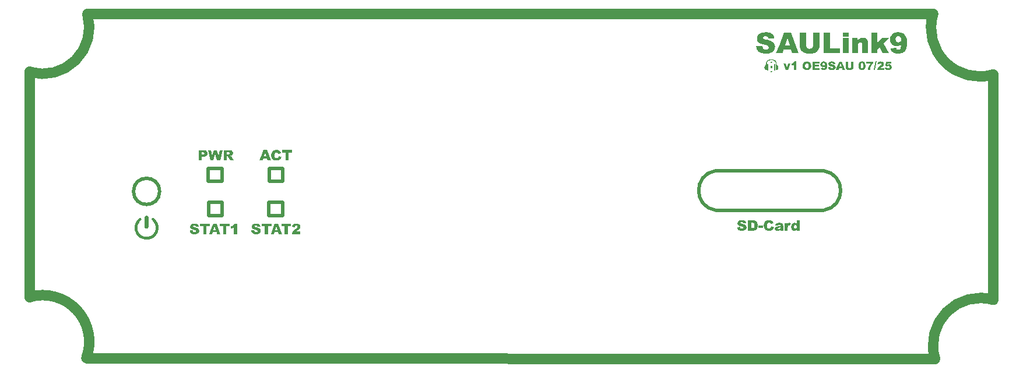
<source format=gbr>
%TF.GenerationSoftware,KiCad,Pcbnew,8.0.5*%
%TF.CreationDate,2025-08-28T07:35:48+02:00*%
%TF.ProjectId,SVX_Node_Case_front,5356585f-4e6f-4646-955f-436173655f66,rev?*%
%TF.SameCoordinates,Original*%
%TF.FileFunction,Legend,Top*%
%TF.FilePolarity,Positive*%
%FSLAX46Y46*%
G04 Gerber Fmt 4.6, Leading zero omitted, Abs format (unit mm)*
G04 Created by KiCad (PCBNEW 8.0.5) date 2025-08-28 07:35:48*
%MOMM*%
%LPD*%
G01*
G04 APERTURE LIST*
%ADD10C,0.500000*%
%ADD11C,1.500000*%
%ADD12C,0.200000*%
%ADD13C,0.000000*%
G04 APERTURE END LIST*
D10*
X192348340Y-88750000D02*
G75*
G02*
X192336483Y-94499980I-437640J-2874100D01*
G01*
D11*
X85403806Y-66000000D02*
G75*
G02*
X77000000Y-74403806I-6500006J-1903800D01*
G01*
X208526121Y-116088273D02*
G75*
G02*
X217000000Y-107500001I6570079J1992073D01*
G01*
D10*
X111800000Y-88400000D02*
X113800000Y-88400000D01*
X113800000Y-90300000D01*
X111800000Y-90300000D01*
X111800000Y-88400000D01*
D11*
X217000000Y-74773070D02*
G75*
G02*
X208222540Y-66014928I-2000000J6773070D01*
G01*
D10*
X176745513Y-94500000D02*
X192336486Y-94500000D01*
X103000000Y-93350000D02*
X105000000Y-93350000D01*
X105000000Y-95250000D01*
X103000000Y-95250000D01*
X103000000Y-93350000D01*
D11*
X217000000Y-74773070D02*
X217000000Y-107500001D01*
X208222540Y-66014928D02*
X85403806Y-66000000D01*
D10*
X95900000Y-91750000D02*
G75*
G02*
X92100000Y-91750000I-1900000J0D01*
G01*
X92100000Y-91750000D02*
G75*
G02*
X95900000Y-91750000I1900000J0D01*
G01*
D11*
X77000000Y-107096195D02*
G75*
G02*
X85256389Y-115945484I1903800J-6500005D01*
G01*
D10*
X111750000Y-93350000D02*
X113750000Y-93350000D01*
X113750000Y-95250000D01*
X111750000Y-95250000D01*
X111750000Y-93350000D01*
X102950000Y-88400000D02*
X104950000Y-88400000D01*
X104950000Y-90300000D01*
X102950000Y-90300000D01*
X102950000Y-88400000D01*
D11*
X208500000Y-116096194D02*
X85403806Y-116000000D01*
D10*
X176659054Y-88750000D02*
X192340999Y-88750000D01*
D11*
X77000000Y-74403806D02*
X77000000Y-107096194D01*
D10*
X176692886Y-94500000D02*
G75*
G02*
X176659053Y-88749994I397264J2877440D01*
G01*
D12*
G36*
X182546545Y-70669309D02*
G01*
X183434612Y-70611423D01*
X183464494Y-70764643D01*
X183520714Y-70905634D01*
X183551849Y-70953607D01*
X183665720Y-71061654D01*
X183808856Y-71124851D01*
X183964375Y-71143384D01*
X184111666Y-71128147D01*
X184251114Y-71067559D01*
X184272121Y-71051060D01*
X184362667Y-70930835D01*
X184380565Y-70836371D01*
X184336071Y-70695150D01*
X184277250Y-70629741D01*
X184148917Y-70557017D01*
X184007365Y-70508652D01*
X183845341Y-70467024D01*
X183799511Y-70456817D01*
X183651500Y-70421509D01*
X183481942Y-70373381D01*
X183329557Y-70320816D01*
X183194346Y-70263815D01*
X183054761Y-70189557D01*
X182923168Y-70094849D01*
X182820385Y-69989833D01*
X182733832Y-69855217D01*
X182680251Y-69705031D01*
X182659643Y-69539274D01*
X182659385Y-69517459D01*
X182675317Y-69361808D01*
X182723110Y-69212218D01*
X182794207Y-69081486D01*
X182891781Y-68961845D01*
X183015972Y-68859378D01*
X183150504Y-68781840D01*
X183200139Y-68759085D01*
X183348242Y-68707794D01*
X183498418Y-68674936D01*
X183667809Y-68653298D01*
X183828294Y-68643681D01*
X183943126Y-68641849D01*
X184117503Y-68647037D01*
X184278392Y-68662600D01*
X184425793Y-68688539D01*
X184584869Y-68733361D01*
X184724523Y-68793124D01*
X184826064Y-68854340D01*
X184947319Y-68959296D01*
X185045012Y-69088235D01*
X185119144Y-69241156D01*
X185163932Y-69391320D01*
X185188032Y-69529916D01*
X184308025Y-69579741D01*
X184266751Y-69437845D01*
X184181090Y-69311679D01*
X184160746Y-69293977D01*
X184027206Y-69226933D01*
X183875197Y-69204933D01*
X183850802Y-69204584D01*
X183700510Y-69223816D01*
X183605338Y-69272728D01*
X183527199Y-69397092D01*
X183523272Y-69438325D01*
X183591416Y-69566552D01*
X183733530Y-69633320D01*
X183889035Y-69672561D01*
X183904291Y-69675729D01*
X184051822Y-69708221D01*
X184220972Y-69749029D01*
X184373163Y-69790052D01*
X184533407Y-69839562D01*
X184689494Y-69897715D01*
X184780635Y-69939511D01*
X184918360Y-70019625D01*
X185044470Y-70120604D01*
X185142243Y-70234177D01*
X185166050Y-70270704D01*
X185234883Y-70412258D01*
X185275143Y-70564895D01*
X185286950Y-70713272D01*
X185274199Y-70871361D01*
X185235945Y-71022495D01*
X185172189Y-71166674D01*
X185125750Y-71243768D01*
X185025344Y-71370919D01*
X184904652Y-71479523D01*
X184780340Y-71560490D01*
X184676587Y-71611598D01*
X184523172Y-71666415D01*
X184373456Y-71701532D01*
X184209295Y-71724658D01*
X184057088Y-71734936D01*
X183949720Y-71736894D01*
X183764420Y-71732189D01*
X183593935Y-71718072D01*
X183438264Y-71694545D01*
X183264510Y-71651901D01*
X183113903Y-71594553D01*
X182963731Y-71506325D01*
X182882135Y-71435743D01*
X182779919Y-71316817D01*
X182695839Y-71186455D01*
X182629893Y-71044655D01*
X182582083Y-70891417D01*
X182552407Y-70726742D01*
X182546545Y-70669309D01*
G37*
G36*
X188723447Y-71690000D02*
G01*
X187746720Y-71690000D01*
X187598709Y-71174159D01*
X186535519Y-71174159D01*
X186388974Y-71690000D01*
X185434961Y-71690000D01*
X185878319Y-70517634D01*
X186737020Y-70517634D01*
X187403070Y-70517634D01*
X187068946Y-69455177D01*
X186737020Y-70517634D01*
X185878319Y-70517634D01*
X186569958Y-68688743D01*
X187588450Y-68688743D01*
X188723447Y-71690000D01*
G37*
G36*
X190827110Y-68688743D02*
G01*
X191758408Y-68688743D01*
X191758408Y-70474403D01*
X191751801Y-70621286D01*
X191728960Y-70779052D01*
X191689805Y-70931093D01*
X191674877Y-70975589D01*
X191613440Y-71117326D01*
X191533541Y-71247615D01*
X191435181Y-71366454D01*
X191413293Y-71388848D01*
X191300293Y-71488911D01*
X191172025Y-71575179D01*
X191039602Y-71636510D01*
X190896536Y-71680428D01*
X190739916Y-71711798D01*
X190591753Y-71728954D01*
X190433212Y-71736502D01*
X190386008Y-71736894D01*
X190229617Y-71733258D01*
X190079179Y-71723641D01*
X189920869Y-71708013D01*
X189904605Y-71706120D01*
X189750332Y-71681018D01*
X189599804Y-71639852D01*
X189469364Y-71584487D01*
X189342144Y-71505627D01*
X189223168Y-71405334D01*
X189148429Y-71326566D01*
X189059509Y-71209995D01*
X188987193Y-71080062D01*
X188949860Y-70980718D01*
X188908064Y-70825134D01*
X188879947Y-70679867D01*
X188864749Y-70530560D01*
X188863398Y-70474403D01*
X188863398Y-68688743D01*
X189794696Y-68688743D01*
X189794696Y-70513237D01*
X189810887Y-70668849D01*
X189865481Y-70809774D01*
X189931716Y-70895722D01*
X190060580Y-70984911D01*
X190210657Y-71026883D01*
X190312002Y-71033475D01*
X190465442Y-71017457D01*
X190604786Y-70963447D01*
X190690090Y-70897920D01*
X190778805Y-70769038D01*
X190820554Y-70616796D01*
X190827110Y-70513237D01*
X190827110Y-68688743D01*
G37*
G36*
X192357780Y-68688743D02*
G01*
X193291277Y-68688743D01*
X193291277Y-70939685D01*
X194747941Y-70939685D01*
X194747941Y-71690000D01*
X192357780Y-71690000D01*
X192357780Y-68688743D01*
G37*
G36*
X195131891Y-68688743D02*
G01*
X195970865Y-68688743D01*
X195970865Y-69251479D01*
X195131891Y-69251479D01*
X195131891Y-68688743D01*
G37*
G36*
X195131891Y-69485952D02*
G01*
X195970865Y-69485952D01*
X195970865Y-71690000D01*
X195131891Y-71690000D01*
X195131891Y-69485952D01*
G37*
G36*
X196499162Y-69485952D02*
G01*
X197280251Y-69485952D01*
X197280251Y-69843524D01*
X197379047Y-69730965D01*
X197489500Y-69629013D01*
X197611825Y-69544965D01*
X197634159Y-69532847D01*
X197779823Y-69475694D01*
X197932719Y-69446476D01*
X198071598Y-69439057D01*
X198236141Y-69452109D01*
X198381725Y-69491264D01*
X198522845Y-69566516D01*
X198616015Y-69647885D01*
X198711295Y-69782906D01*
X198769810Y-69933092D01*
X198800800Y-70087797D01*
X198812349Y-70237703D01*
X198813119Y-70291221D01*
X198813119Y-71690000D01*
X197970481Y-71690000D01*
X197970481Y-70475868D01*
X197957904Y-70326986D01*
X197898966Y-70187522D01*
X197894277Y-70182044D01*
X197767753Y-70105799D01*
X197680321Y-70095582D01*
X197534518Y-70128463D01*
X197432658Y-70212086D01*
X197368044Y-70349370D01*
X197342659Y-70506823D01*
X197338136Y-70629741D01*
X197338136Y-71690000D01*
X196499162Y-71690000D01*
X196499162Y-69485952D01*
G37*
G36*
X199298185Y-68688743D02*
G01*
X200155478Y-68688743D01*
X200155478Y-70167390D01*
X200781960Y-69485952D01*
X201814375Y-69485952D01*
X201028890Y-70258248D01*
X201859804Y-71690000D01*
X200913852Y-71690000D01*
X200470551Y-70808527D01*
X200155478Y-71117006D01*
X200155478Y-71690000D01*
X199298185Y-71690000D01*
X199298185Y-68688743D01*
G37*
G36*
X203313912Y-68647284D02*
G01*
X203465064Y-68663590D01*
X203625453Y-68696353D01*
X203768662Y-68743913D01*
X203877739Y-68796454D01*
X204007844Y-68884748D01*
X204124118Y-68995757D01*
X204214514Y-69111522D01*
X204294320Y-69244678D01*
X204315177Y-69285917D01*
X204379131Y-69443081D01*
X204421446Y-69594258D01*
X204452221Y-69760633D01*
X204469050Y-69910889D01*
X204477866Y-70071699D01*
X204479309Y-70173251D01*
X204476282Y-70321389D01*
X204462829Y-70507044D01*
X204438615Y-70679143D01*
X204403639Y-70837687D01*
X204357900Y-70982676D01*
X204285594Y-71144849D01*
X204196471Y-71285842D01*
X204134926Y-71360272D01*
X204021024Y-71468771D01*
X203894099Y-71558881D01*
X203754151Y-71630601D01*
X203601179Y-71683932D01*
X203435185Y-71718872D01*
X203256167Y-71735423D01*
X203180914Y-71736894D01*
X203030487Y-71732792D01*
X202876431Y-71718057D01*
X202725889Y-71688671D01*
X202612316Y-71651165D01*
X202477476Y-71582371D01*
X202359087Y-71494876D01*
X202265736Y-71399106D01*
X202178563Y-71275475D01*
X202106456Y-71132276D01*
X202053977Y-70985115D01*
X202888555Y-70892791D01*
X202936410Y-71031417D01*
X202999930Y-71111144D01*
X203136904Y-71170220D01*
X203191172Y-71174159D01*
X203340733Y-71140540D01*
X203460787Y-71039686D01*
X203506245Y-70970460D01*
X203558234Y-70827537D01*
X203589844Y-70673778D01*
X203613221Y-70504828D01*
X203630076Y-70334452D01*
X203525768Y-70439248D01*
X203409608Y-70529476D01*
X203320865Y-70580648D01*
X203172842Y-70633743D01*
X203018314Y-70656421D01*
X202954501Y-70658318D01*
X202806733Y-70648426D01*
X202645602Y-70611881D01*
X202496602Y-70548408D01*
X202359735Y-70458008D01*
X202269399Y-70376950D01*
X202160621Y-70246734D01*
X202078561Y-70102283D01*
X202023218Y-69943596D01*
X201997045Y-69796249D01*
X201990230Y-69665471D01*
X201991867Y-69642023D01*
X202787438Y-69642023D01*
X202803513Y-69792805D01*
X202862898Y-69931731D01*
X202901744Y-69979078D01*
X203030338Y-70066456D01*
X203176848Y-70095468D01*
X203187508Y-70095582D01*
X203340018Y-70070788D01*
X203466446Y-69996406D01*
X203481332Y-69982742D01*
X203566008Y-69855541D01*
X203597458Y-69710659D01*
X203599302Y-69659609D01*
X203581888Y-69512674D01*
X203517554Y-69374068D01*
X203475471Y-69325484D01*
X203348152Y-69238706D01*
X203197005Y-69205057D01*
X203175052Y-69204584D01*
X203022095Y-69231878D01*
X202897348Y-69313761D01*
X202818458Y-69440264D01*
X202789156Y-69588969D01*
X202787438Y-69642023D01*
X201991867Y-69642023D01*
X202001474Y-69504368D01*
X202035207Y-69351611D01*
X202091428Y-69207200D01*
X202132379Y-69130579D01*
X202220800Y-69003955D01*
X202326146Y-68896111D01*
X202448416Y-68807046D01*
X202523656Y-68765680D01*
X202674230Y-68705820D01*
X202824908Y-68669058D01*
X202991432Y-68647774D01*
X203150139Y-68641849D01*
X203313912Y-68647284D01*
G37*
G36*
X179773299Y-96934654D02*
G01*
X180217333Y-96905711D01*
X180232274Y-96982321D01*
X180260384Y-97052817D01*
X180275951Y-97076803D01*
X180332887Y-97130827D01*
X180404455Y-97162425D01*
X180482214Y-97171692D01*
X180555860Y-97164073D01*
X180625584Y-97133779D01*
X180636087Y-97125530D01*
X180681360Y-97065417D01*
X180690309Y-97018185D01*
X180668062Y-96947575D01*
X180638652Y-96914870D01*
X180574485Y-96878508D01*
X180503709Y-96854326D01*
X180422697Y-96833512D01*
X180399782Y-96828408D01*
X180325777Y-96810754D01*
X180240998Y-96786690D01*
X180164805Y-96760408D01*
X180097200Y-96731907D01*
X180027407Y-96694778D01*
X179961611Y-96647424D01*
X179910219Y-96594916D01*
X179866943Y-96527608D01*
X179840152Y-96452515D01*
X179829848Y-96369637D01*
X179829719Y-96358729D01*
X179837685Y-96280904D01*
X179861582Y-96206109D01*
X179897130Y-96140743D01*
X179945917Y-96080922D01*
X180008013Y-96029689D01*
X180075279Y-95990920D01*
X180100096Y-95979542D01*
X180174148Y-95953897D01*
X180249236Y-95937468D01*
X180333931Y-95926649D01*
X180414174Y-95921840D01*
X180471590Y-95920924D01*
X180558778Y-95923518D01*
X180639223Y-95931300D01*
X180712923Y-95944269D01*
X180792461Y-95966680D01*
X180862288Y-95996562D01*
X180913059Y-96027170D01*
X180973686Y-96079648D01*
X181022533Y-96144117D01*
X181059599Y-96220578D01*
X181081993Y-96295660D01*
X181094043Y-96364958D01*
X180654039Y-96389870D01*
X180633402Y-96318922D01*
X180590572Y-96255839D01*
X180580400Y-96246988D01*
X180513630Y-96213466D01*
X180437625Y-96202466D01*
X180425428Y-96202292D01*
X180350282Y-96211908D01*
X180302696Y-96236364D01*
X180263626Y-96298546D01*
X180261663Y-96319162D01*
X180295735Y-96383276D01*
X180366792Y-96416660D01*
X180444544Y-96436280D01*
X180452172Y-96437864D01*
X180525938Y-96454110D01*
X180610513Y-96474514D01*
X180686608Y-96495026D01*
X180766730Y-96519781D01*
X180844774Y-96548857D01*
X180890344Y-96569755D01*
X180959207Y-96609812D01*
X181022262Y-96660302D01*
X181071148Y-96717088D01*
X181083052Y-96735352D01*
X181117468Y-96806129D01*
X181137598Y-96882447D01*
X181143502Y-96956636D01*
X181137126Y-97035680D01*
X181117999Y-97111247D01*
X181086121Y-97183337D01*
X181062902Y-97221884D01*
X181012699Y-97285459D01*
X180952353Y-97339761D01*
X180890197Y-97380245D01*
X180838320Y-97405799D01*
X180761613Y-97433207D01*
X180686755Y-97450766D01*
X180604674Y-97462329D01*
X180528571Y-97467468D01*
X180474887Y-97468447D01*
X180382237Y-97466094D01*
X180296994Y-97459036D01*
X180219159Y-97447272D01*
X180132282Y-97425950D01*
X180056978Y-97397276D01*
X179981892Y-97353162D01*
X179941094Y-97317871D01*
X179889986Y-97258408D01*
X179847946Y-97193227D01*
X179814973Y-97122327D01*
X179791068Y-97045708D01*
X179776230Y-96963371D01*
X179773299Y-96934654D01*
G37*
G36*
X182143713Y-95946316D02*
G01*
X182223129Y-95953502D01*
X182304703Y-95968196D01*
X182376476Y-95989806D01*
X182400864Y-95999692D01*
X182468484Y-96034607D01*
X182529149Y-96077114D01*
X182582858Y-96127214D01*
X182609692Y-96158328D01*
X182652466Y-96219138D01*
X182688053Y-96285338D01*
X182716454Y-96356928D01*
X182729126Y-96399030D01*
X182747013Y-96477407D01*
X182759047Y-96558394D01*
X182764828Y-96632571D01*
X182766129Y-96689556D01*
X182764184Y-96776020D01*
X182758350Y-96854884D01*
X182746626Y-96937288D01*
X182729609Y-97009348D01*
X182710808Y-97062882D01*
X182676505Y-97133915D01*
X182635421Y-97198225D01*
X182587556Y-97255811D01*
X182558034Y-97284898D01*
X182495466Y-97334937D01*
X182430036Y-97373312D01*
X182361743Y-97400024D01*
X182347741Y-97403967D01*
X182272797Y-97421919D01*
X182192809Y-97435984D01*
X182117400Y-97443557D01*
X182069671Y-97445000D01*
X181376143Y-97445000D01*
X181376143Y-97093290D01*
X181842891Y-97093290D01*
X181957197Y-97093290D01*
X182032757Y-97090827D01*
X182107005Y-97081125D01*
X182165292Y-97062149D01*
X182223426Y-97015541D01*
X182262012Y-96952606D01*
X182283444Y-96880203D01*
X182293748Y-96799088D01*
X182297045Y-96720594D01*
X182297183Y-96699082D01*
X182294426Y-96617268D01*
X182284243Y-96534842D01*
X182263418Y-96457814D01*
X182228275Y-96393053D01*
X182218781Y-96381810D01*
X182159919Y-96336602D01*
X182089691Y-96310230D01*
X182013545Y-96298174D01*
X181959395Y-96296081D01*
X181842891Y-96296081D01*
X181842891Y-97093290D01*
X181376143Y-97093290D01*
X181376143Y-95944371D01*
X182069671Y-95944371D01*
X182143713Y-95946316D01*
G37*
G36*
X182894357Y-96718133D02*
G01*
X183504353Y-96718133D01*
X183504353Y-97046395D01*
X182894357Y-97046395D01*
X182894357Y-96718133D01*
G37*
G36*
X184707127Y-96835369D02*
G01*
X185115990Y-96953705D01*
X185095759Y-97025555D01*
X185067056Y-97101100D01*
X185032401Y-97169639D01*
X184991791Y-97231171D01*
X184986297Y-97238370D01*
X184933035Y-97298056D01*
X184872991Y-97348932D01*
X184806167Y-97390998D01*
X184766112Y-97410561D01*
X184696044Y-97435886D01*
X184617001Y-97453975D01*
X184540476Y-97463868D01*
X184457078Y-97468221D01*
X184431987Y-97468447D01*
X184357251Y-97466721D01*
X184273377Y-97460092D01*
X184195839Y-97448491D01*
X184113388Y-97428673D01*
X184039562Y-97402089D01*
X184029719Y-97397739D01*
X183963472Y-97361507D01*
X183901292Y-97315002D01*
X183843179Y-97258223D01*
X183796604Y-97201380D01*
X183760075Y-97148244D01*
X183721603Y-97077696D01*
X183691090Y-97000142D01*
X183668537Y-96915580D01*
X183655824Y-96839760D01*
X183648638Y-96759074D01*
X183646869Y-96691022D01*
X183649983Y-96600925D01*
X183659325Y-96516197D01*
X183674896Y-96436839D01*
X183696694Y-96362851D01*
X183724721Y-96294232D01*
X183768513Y-96216009D01*
X183822037Y-96146177D01*
X183846171Y-96120593D01*
X183912496Y-96063071D01*
X183986906Y-96015299D01*
X184069403Y-95977276D01*
X184141222Y-95953877D01*
X184218215Y-95936718D01*
X184300384Y-95925799D01*
X184387727Y-95921119D01*
X184410372Y-95920924D01*
X184496571Y-95923751D01*
X184576796Y-95932230D01*
X184651045Y-95946362D01*
X184732258Y-95970783D01*
X184804867Y-96003343D01*
X184858802Y-96036695D01*
X184917127Y-96084476D01*
X184969553Y-96140989D01*
X185016079Y-96206235D01*
X185056707Y-96280213D01*
X185086057Y-96348532D01*
X185101701Y-96392435D01*
X184689542Y-96483660D01*
X184663098Y-96415220D01*
X184644112Y-96383276D01*
X184591362Y-96328846D01*
X184548125Y-96301577D01*
X184476347Y-96277411D01*
X184421729Y-96272634D01*
X184347037Y-96280442D01*
X184274065Y-96307892D01*
X184212801Y-96355107D01*
X184178463Y-96397564D01*
X184144847Y-96465835D01*
X184125237Y-96544960D01*
X184116957Y-96618082D01*
X184114716Y-96688824D01*
X184117395Y-96775450D01*
X184125432Y-96851232D01*
X184141581Y-96925937D01*
X184173059Y-97000296D01*
X184190920Y-97025512D01*
X184250626Y-97077450D01*
X184324965Y-97107828D01*
X184405243Y-97116737D01*
X184482644Y-97109725D01*
X184552992Y-97085812D01*
X184607842Y-97044930D01*
X184653918Y-96981629D01*
X184684208Y-96914868D01*
X184705167Y-96843892D01*
X184707127Y-96835369D01*
G37*
G36*
X185932102Y-96320545D02*
G01*
X186013658Y-96324197D01*
X186094297Y-96331481D01*
X186156098Y-96340778D01*
X186230389Y-96360841D01*
X186301066Y-96395171D01*
X186346973Y-96429438D01*
X186394784Y-96485766D01*
X186429292Y-96556375D01*
X186431237Y-96561695D01*
X186452525Y-96634915D01*
X186462105Y-96710097D01*
X186462378Y-96724727D01*
X186462378Y-97210893D01*
X186465392Y-97287606D01*
X186471904Y-97332526D01*
X186496414Y-97404578D01*
X186514768Y-97445000D01*
X186121293Y-97445000D01*
X186090152Y-97379787D01*
X186075864Y-97309078D01*
X186019322Y-97358411D01*
X185957936Y-97400082D01*
X185912099Y-97423018D01*
X185838984Y-97446974D01*
X185758856Y-97462058D01*
X185680745Y-97468048D01*
X185653446Y-97468447D01*
X185572217Y-97464274D01*
X185490460Y-97449288D01*
X185420519Y-97423402D01*
X185355958Y-97381252D01*
X185302442Y-97322748D01*
X185268746Y-97256230D01*
X185254872Y-97181698D01*
X185254475Y-97165830D01*
X185258207Y-97132491D01*
X185675061Y-97132491D01*
X185703345Y-97200264D01*
X185709500Y-97205764D01*
X185779498Y-97232211D01*
X185810983Y-97233974D01*
X185886575Y-97224236D01*
X185941042Y-97203199D01*
X186002866Y-97159579D01*
X186026771Y-97128461D01*
X186049582Y-97054866D01*
X186052050Y-97013056D01*
X186052050Y-96952606D01*
X185980591Y-96974201D01*
X185906712Y-96993740D01*
X185871799Y-97002065D01*
X185795020Y-97023093D01*
X185726182Y-97051348D01*
X185710232Y-97062515D01*
X185675199Y-97127624D01*
X185675061Y-97132491D01*
X185258207Y-97132491D01*
X185263133Y-97088488D01*
X185292328Y-97015570D01*
X185327748Y-96968726D01*
X185392547Y-96920256D01*
X185467396Y-96887553D01*
X185539196Y-96866446D01*
X185597759Y-96853688D01*
X185680401Y-96837480D01*
X185762068Y-96821014D01*
X185835954Y-96805414D01*
X185903673Y-96789574D01*
X185975755Y-96768416D01*
X186047158Y-96743424D01*
X186052050Y-96741580D01*
X186041965Y-96668628D01*
X186020177Y-96632404D01*
X185949186Y-96603388D01*
X185907703Y-96600896D01*
X185832522Y-96606822D01*
X185759755Y-96632452D01*
X185753097Y-96636800D01*
X185707153Y-96694487D01*
X185688251Y-96741580D01*
X185287448Y-96694685D01*
X185305402Y-96620225D01*
X185332648Y-96547407D01*
X185352661Y-96510771D01*
X185401138Y-96451598D01*
X185461345Y-96403633D01*
X185476126Y-96394267D01*
X185544544Y-96362485D01*
X185616185Y-96342731D01*
X185634761Y-96338946D01*
X185712866Y-96327113D01*
X185788444Y-96321064D01*
X185853114Y-96319528D01*
X185932102Y-96320545D01*
G37*
G36*
X186709674Y-96342976D02*
G01*
X187102417Y-96342976D01*
X187102417Y-96524692D01*
X187138230Y-96458575D01*
X187182056Y-96398125D01*
X187219287Y-96363492D01*
X187286515Y-96330519D01*
X187362517Y-96319571D01*
X187368031Y-96319528D01*
X187446244Y-96328900D01*
X187516958Y-96351471D01*
X187570996Y-96376315D01*
X187441304Y-96678932D01*
X187371358Y-96654633D01*
X187324067Y-96647791D01*
X187250886Y-96664918D01*
X187196206Y-96716301D01*
X187164859Y-96783596D01*
X187145608Y-96865747D01*
X187136489Y-96941155D01*
X187131929Y-97028387D01*
X187131359Y-97076437D01*
X187131359Y-97445000D01*
X186709674Y-97445000D01*
X186709674Y-96342976D01*
G37*
G36*
X188840815Y-97445000D02*
G01*
X188448439Y-97445000D01*
X188448439Y-97297355D01*
X188393455Y-97355066D01*
X188332828Y-97404516D01*
X188297863Y-97424849D01*
X188227058Y-97451417D01*
X188150379Y-97465722D01*
X188095996Y-97468447D01*
X188015900Y-97462445D01*
X187943223Y-97444439D01*
X187867809Y-97408259D01*
X187802493Y-97355741D01*
X187754545Y-97297721D01*
X187714454Y-97231110D01*
X187682657Y-97159321D01*
X187659156Y-97082355D01*
X187643949Y-97000210D01*
X187637037Y-96912888D01*
X187636799Y-96897285D01*
X188055696Y-96897285D01*
X188059725Y-96975431D01*
X188073649Y-97047373D01*
X188106621Y-97117470D01*
X188163865Y-97169677D01*
X188233017Y-97187079D01*
X188306564Y-97169494D01*
X188363370Y-97121065D01*
X188366740Y-97116737D01*
X188401609Y-97044891D01*
X188416335Y-96969629D01*
X188420595Y-96887027D01*
X188416277Y-96811656D01*
X188399272Y-96735358D01*
X188366007Y-96671971D01*
X188308471Y-96620955D01*
X188233080Y-96600966D01*
X188227888Y-96600896D01*
X188156756Y-96620128D01*
X188105156Y-96669040D01*
X188073133Y-96739583D01*
X188059609Y-96814502D01*
X188055696Y-96897285D01*
X187636799Y-96897285D01*
X187636576Y-96882630D01*
X187639751Y-96800361D01*
X187649277Y-96724371D01*
X187669091Y-96641471D01*
X187698049Y-96567613D01*
X187736152Y-96502796D01*
X187766635Y-96464609D01*
X187827062Y-96408078D01*
X187894221Y-96365433D01*
X187968112Y-96336672D01*
X188048736Y-96321795D01*
X188097828Y-96319528D01*
X188174520Y-96324426D01*
X188250215Y-96340655D01*
X188275515Y-96349204D01*
X188341963Y-96380600D01*
X188401539Y-96423496D01*
X188417298Y-96437864D01*
X188417298Y-95944371D01*
X188840815Y-95944371D01*
X188840815Y-97445000D01*
G37*
G36*
X186501758Y-73214381D02*
G01*
X186851123Y-73214381D01*
X187021116Y-73773013D01*
X187196678Y-73214381D01*
X187535491Y-73214381D01*
X187163558Y-74096000D01*
X186866071Y-74096000D01*
X186501758Y-73214381D01*
G37*
G36*
X188355854Y-72876739D02*
G01*
X188355854Y-74096000D01*
X188016161Y-74096000D01*
X188016161Y-73297618D01*
X187965202Y-73335177D01*
X187915274Y-73367983D01*
X187861543Y-73398583D01*
X187856720Y-73401080D01*
X187799119Y-73427901D01*
X187738760Y-73451623D01*
X187677928Y-73472435D01*
X187663572Y-73476990D01*
X187663572Y-73195623D01*
X187725170Y-73174517D01*
X187781368Y-73151865D01*
X187840108Y-73123485D01*
X187891499Y-73093001D01*
X187929699Y-73065197D01*
X187974469Y-73024732D01*
X188014110Y-72979834D01*
X188048621Y-72930503D01*
X188078004Y-72876739D01*
X188355854Y-72876739D01*
G37*
G36*
X189979837Y-72879249D02*
G01*
X190048750Y-72886778D01*
X190113340Y-72899326D01*
X190173607Y-72916893D01*
X190229551Y-72939479D01*
X190293402Y-72974770D01*
X190350497Y-73017904D01*
X190371444Y-73037353D01*
X190418475Y-73090595D01*
X190457534Y-73150119D01*
X190488622Y-73215926D01*
X190507753Y-73273095D01*
X190521782Y-73334284D01*
X190530710Y-73399495D01*
X190534537Y-73468726D01*
X190534696Y-73486662D01*
X190532950Y-73550403D01*
X190527712Y-73610465D01*
X190516817Y-73677685D01*
X190500894Y-73739608D01*
X190479943Y-73796236D01*
X190463182Y-73831045D01*
X190428979Y-73886926D01*
X190388689Y-73937113D01*
X190342313Y-73981606D01*
X190289850Y-74020405D01*
X190257138Y-74040019D01*
X190195098Y-74069141D01*
X190136853Y-74088409D01*
X190073930Y-74102423D01*
X190006329Y-74111181D01*
X189946421Y-74114465D01*
X189921549Y-74114757D01*
X189859343Y-74113183D01*
X189800586Y-74108460D01*
X189734630Y-74098637D01*
X189673640Y-74084280D01*
X189617617Y-74065390D01*
X189583028Y-74050277D01*
X189526854Y-74018477D01*
X189475533Y-73979496D01*
X189429065Y-73933334D01*
X189387449Y-73879991D01*
X189365847Y-73846286D01*
X189337559Y-73791396D01*
X189315124Y-73731582D01*
X189298542Y-73666842D01*
X189287812Y-73597176D01*
X189283341Y-73535359D01*
X189282609Y-73496628D01*
X189656008Y-73496628D01*
X189658398Y-73560447D01*
X189667230Y-73625917D01*
X189685292Y-73688891D01*
X189715771Y-73744628D01*
X189724005Y-73754841D01*
X189771283Y-73796263D01*
X189828121Y-73822344D01*
X189887449Y-73832699D01*
X189908946Y-73833390D01*
X189972393Y-73827315D01*
X190032774Y-73806318D01*
X190082508Y-73770323D01*
X190095352Y-73756600D01*
X190127230Y-73703596D01*
X190146807Y-73640288D01*
X190157176Y-73572392D01*
X190161040Y-73504907D01*
X190161297Y-73480508D01*
X190158876Y-73420813D01*
X190149930Y-73359192D01*
X190131635Y-73299346D01*
X190100762Y-73245508D01*
X190092421Y-73235483D01*
X190044593Y-73194679D01*
X189987206Y-73168988D01*
X189927383Y-73158787D01*
X189905722Y-73158107D01*
X189845750Y-73164320D01*
X189787326Y-73185798D01*
X189737547Y-73222618D01*
X189724298Y-73236655D01*
X189691287Y-73288977D01*
X189671013Y-73349147D01*
X189660276Y-73412345D01*
X189656275Y-73474351D01*
X189656008Y-73496628D01*
X189282609Y-73496628D01*
X189285183Y-73425383D01*
X189292904Y-73358197D01*
X189305773Y-73295068D01*
X189323789Y-73235996D01*
X189346952Y-73180982D01*
X189383145Y-73117920D01*
X189427381Y-73061198D01*
X189447327Y-73040284D01*
X189502048Y-72993169D01*
X189563081Y-72954040D01*
X189616451Y-72928486D01*
X189673860Y-72908043D01*
X189735309Y-72892710D01*
X189800796Y-72882489D01*
X189870323Y-72877378D01*
X189906601Y-72876739D01*
X189979837Y-72879249D01*
G37*
G36*
X190727257Y-72895497D02*
G01*
X191727871Y-72895497D01*
X191727871Y-73176865D01*
X191101535Y-73176865D01*
X191101535Y-73345685D01*
X191682735Y-73345685D01*
X191682735Y-73589538D01*
X191101535Y-73589538D01*
X191101535Y-73814632D01*
X191746043Y-73814632D01*
X191746043Y-74096000D01*
X190727257Y-74096000D01*
X190727257Y-72895497D01*
G37*
G36*
X192404769Y-72878913D02*
G01*
X192465230Y-72885436D01*
X192529385Y-72898541D01*
X192586669Y-72917565D01*
X192630300Y-72938581D01*
X192682342Y-72973899D01*
X192728852Y-73018302D01*
X192765010Y-73064609D01*
X192796932Y-73117871D01*
X192805275Y-73134367D01*
X192830857Y-73197232D01*
X192847783Y-73257703D01*
X192860092Y-73324253D01*
X192866824Y-73384355D01*
X192870351Y-73448679D01*
X192870928Y-73489300D01*
X192869717Y-73548555D01*
X192864336Y-73622817D01*
X192854650Y-73691657D01*
X192840660Y-73755075D01*
X192822364Y-73813070D01*
X192793442Y-73877939D01*
X192757793Y-73934337D01*
X192733175Y-73964108D01*
X192687614Y-74007508D01*
X192636844Y-74043552D01*
X192580864Y-74072240D01*
X192519676Y-74093572D01*
X192453278Y-74107549D01*
X192381671Y-74114169D01*
X192351570Y-74114757D01*
X192291399Y-74113116D01*
X192229776Y-74107223D01*
X192169560Y-74095468D01*
X192124131Y-74080466D01*
X192070195Y-74052948D01*
X192022839Y-74017950D01*
X191985498Y-73979642D01*
X191950629Y-73930190D01*
X191921787Y-73872910D01*
X191900795Y-73814046D01*
X192234626Y-73777116D01*
X192253768Y-73832566D01*
X192279176Y-73864457D01*
X192333966Y-73888088D01*
X192355673Y-73889663D01*
X192415497Y-73876216D01*
X192463519Y-73835874D01*
X192481702Y-73808184D01*
X192502498Y-73751014D01*
X192515142Y-73689511D01*
X192524492Y-73621931D01*
X192531235Y-73553780D01*
X192489512Y-73595699D01*
X192443047Y-73631790D01*
X192407550Y-73652259D01*
X192348341Y-73673497D01*
X192286530Y-73682568D01*
X192261004Y-73683327D01*
X192201897Y-73679370D01*
X192137445Y-73664752D01*
X192077845Y-73639363D01*
X192023098Y-73603203D01*
X191986964Y-73570780D01*
X191943453Y-73518693D01*
X191910628Y-73460913D01*
X191888491Y-73397438D01*
X191878022Y-73338499D01*
X191875296Y-73286188D01*
X191875951Y-73276809D01*
X192194180Y-73276809D01*
X192200609Y-73337122D01*
X192224363Y-73392692D01*
X192239902Y-73411631D01*
X192291339Y-73446582D01*
X192349943Y-73458187D01*
X192354207Y-73458233D01*
X192415211Y-73448315D01*
X192465783Y-73418562D01*
X192471737Y-73413096D01*
X192505607Y-73362216D01*
X192518188Y-73304263D01*
X192518925Y-73283843D01*
X192511959Y-73225069D01*
X192486226Y-73169627D01*
X192469392Y-73150193D01*
X192418465Y-73115482D01*
X192358006Y-73102022D01*
X192349225Y-73101833D01*
X192288042Y-73112751D01*
X192238143Y-73145504D01*
X192206587Y-73196105D01*
X192194866Y-73255587D01*
X192194180Y-73276809D01*
X191875951Y-73276809D01*
X191879794Y-73221747D01*
X191893287Y-73160644D01*
X191915775Y-73102880D01*
X191932156Y-73072231D01*
X191967524Y-73021582D01*
X192009662Y-72978444D01*
X192058570Y-72942818D01*
X192088667Y-72926272D01*
X192148896Y-72902328D01*
X192209168Y-72887623D01*
X192275777Y-72879109D01*
X192339260Y-72876739D01*
X192404769Y-72878913D01*
G37*
G36*
X192994905Y-73687723D02*
G01*
X193350132Y-73664569D01*
X193362085Y-73725857D01*
X193384573Y-73782253D01*
X193397027Y-73801443D01*
X193442575Y-73844661D01*
X193499830Y-73869940D01*
X193562037Y-73877353D01*
X193620954Y-73871258D01*
X193676733Y-73847023D01*
X193685136Y-73840424D01*
X193721354Y-73792334D01*
X193728513Y-73754548D01*
X193710716Y-73698060D01*
X193687187Y-73671896D01*
X193635854Y-73642806D01*
X193579233Y-73623461D01*
X193514424Y-73606809D01*
X193496092Y-73602727D01*
X193436887Y-73588603D01*
X193369064Y-73569352D01*
X193308110Y-73548326D01*
X193254026Y-73525526D01*
X193198192Y-73495823D01*
X193145554Y-73457939D01*
X193104441Y-73415933D01*
X193069820Y-73362087D01*
X193048388Y-73302012D01*
X193040144Y-73235709D01*
X193040041Y-73226983D01*
X193046414Y-73164723D01*
X193065531Y-73104887D01*
X193093970Y-73052594D01*
X193132999Y-73004738D01*
X193182676Y-72963751D01*
X193236489Y-72932736D01*
X193256343Y-72923634D01*
X193315584Y-72903117D01*
X193375655Y-72889974D01*
X193443411Y-72881319D01*
X193507605Y-72877472D01*
X193553538Y-72876739D01*
X193623288Y-72878814D01*
X193687644Y-72885040D01*
X193746604Y-72895415D01*
X193810235Y-72913344D01*
X193866096Y-72937249D01*
X193906713Y-72961736D01*
X193955215Y-73003718D01*
X193994292Y-73055294D01*
X194023945Y-73116462D01*
X194041860Y-73176528D01*
X194051500Y-73231966D01*
X193699497Y-73251896D01*
X193682987Y-73195138D01*
X193648723Y-73144671D01*
X193640586Y-73137591D01*
X193587170Y-73110773D01*
X193526366Y-73101973D01*
X193516608Y-73101833D01*
X193456491Y-73109526D01*
X193418422Y-73129091D01*
X193387167Y-73178836D01*
X193385596Y-73195330D01*
X193412854Y-73246621D01*
X193469699Y-73273328D01*
X193531901Y-73289024D01*
X193538004Y-73290291D01*
X193597016Y-73303288D01*
X193664676Y-73319611D01*
X193725552Y-73336020D01*
X193789650Y-73355825D01*
X193852085Y-73379086D01*
X193888541Y-73395804D01*
X193943631Y-73427850D01*
X193994075Y-73468241D01*
X194033184Y-73513670D01*
X194042707Y-73528281D01*
X194070240Y-73584903D01*
X194086345Y-73645958D01*
X194091067Y-73705309D01*
X194085967Y-73768544D01*
X194070665Y-73828998D01*
X194045163Y-73886669D01*
X194026587Y-73917507D01*
X193986425Y-73968367D01*
X193938148Y-74011809D01*
X193888423Y-74044196D01*
X193846922Y-74064639D01*
X193785556Y-74086566D01*
X193725670Y-74100613D01*
X193660005Y-74109863D01*
X193599122Y-74113974D01*
X193556175Y-74114757D01*
X193482055Y-74112875D01*
X193413861Y-74107229D01*
X193351593Y-74097818D01*
X193282091Y-74080760D01*
X193221848Y-74057821D01*
X193161780Y-74022530D01*
X193129141Y-73994297D01*
X193088255Y-73946727D01*
X193054623Y-73894582D01*
X193028244Y-73837862D01*
X193009120Y-73776566D01*
X192997250Y-73710696D01*
X192994905Y-73687723D01*
G37*
G36*
X195465666Y-74096000D02*
G01*
X195074975Y-74096000D01*
X195015771Y-73889663D01*
X194590495Y-73889663D01*
X194531877Y-74096000D01*
X194150272Y-74096000D01*
X194327615Y-73627053D01*
X194671095Y-73627053D01*
X194937515Y-73627053D01*
X194803866Y-73202071D01*
X194671095Y-73627053D01*
X194327615Y-73627053D01*
X194604270Y-72895497D01*
X195011667Y-72895497D01*
X195465666Y-74096000D01*
G37*
G36*
X196307131Y-72895497D02*
G01*
X196679651Y-72895497D01*
X196679651Y-73609761D01*
X196677008Y-73668514D01*
X196667871Y-73731620D01*
X196652209Y-73792437D01*
X196646238Y-73810235D01*
X196621663Y-73866930D01*
X196589704Y-73919046D01*
X196550359Y-73966581D01*
X196541605Y-73975539D01*
X196496404Y-74015564D01*
X196445097Y-74050071D01*
X196392128Y-74074604D01*
X196334902Y-74092171D01*
X196272254Y-74104719D01*
X196212988Y-74111581D01*
X196149572Y-74114601D01*
X196130690Y-74114757D01*
X196068134Y-74113303D01*
X196007959Y-74109456D01*
X195944635Y-74103205D01*
X195938129Y-74102448D01*
X195876420Y-74092407D01*
X195816209Y-74075940D01*
X195764033Y-74053794D01*
X195713145Y-74022250D01*
X195665554Y-73982133D01*
X195635659Y-73950626D01*
X195600091Y-73903998D01*
X195571164Y-73852024D01*
X195556231Y-73812287D01*
X195539513Y-73750053D01*
X195528266Y-73691947D01*
X195522187Y-73632224D01*
X195521646Y-73609761D01*
X195521646Y-72895497D01*
X195894166Y-72895497D01*
X195894166Y-73625295D01*
X195900642Y-73687539D01*
X195922480Y-73743909D01*
X195948974Y-73778288D01*
X196000519Y-73813964D01*
X196060550Y-73830753D01*
X196101088Y-73833390D01*
X196162464Y-73826983D01*
X196218202Y-73805378D01*
X196252323Y-73779168D01*
X196287809Y-73727615D01*
X196304509Y-73666718D01*
X196307131Y-73625295D01*
X196307131Y-72895497D01*
G37*
G36*
X197992470Y-72879104D02*
G01*
X198050690Y-72886198D01*
X198112465Y-72901292D01*
X198127522Y-72906635D01*
X198182312Y-72931392D01*
X198232365Y-72963979D01*
X198255310Y-72984011D01*
X198297110Y-73029893D01*
X198331475Y-73081249D01*
X198333272Y-73084541D01*
X198359138Y-73141621D01*
X198377082Y-73198658D01*
X198379288Y-73207346D01*
X198392421Y-73266493D01*
X198402329Y-73326734D01*
X198409010Y-73388069D01*
X198412467Y-73450498D01*
X198412993Y-73486662D01*
X198412014Y-73546237D01*
X198407664Y-73620893D01*
X198399833Y-73690090D01*
X198388521Y-73753828D01*
X198373729Y-73812107D01*
X198350345Y-73877280D01*
X198321522Y-73933923D01*
X198301618Y-73963815D01*
X198254206Y-74015112D01*
X198206070Y-74049752D01*
X198150090Y-74077022D01*
X198086268Y-74096921D01*
X198014604Y-74109451D01*
X197951626Y-74114168D01*
X197918255Y-74114757D01*
X197854368Y-74112457D01*
X197796062Y-74105557D01*
X197736262Y-74092038D01*
X197677702Y-74069648D01*
X197671765Y-74066690D01*
X197621533Y-74035964D01*
X197576680Y-73998189D01*
X197537205Y-73953367D01*
X197517599Y-73925420D01*
X197487566Y-73868941D01*
X197466695Y-73811484D01*
X197451141Y-73751698D01*
X197449602Y-73744583D01*
X197438959Y-73685635D01*
X197431357Y-73623683D01*
X197426796Y-73558726D01*
X197425299Y-73499425D01*
X197425286Y-73494576D01*
X197758520Y-73494576D01*
X197759515Y-73562306D01*
X197762499Y-73622981D01*
X197768705Y-73686478D01*
X197779566Y-73747716D01*
X197799260Y-73806132D01*
X197835008Y-73857034D01*
X197889841Y-73886727D01*
X197917669Y-73889663D01*
X197976150Y-73875810D01*
X198006182Y-73854199D01*
X198040418Y-73804938D01*
X198060165Y-73746979D01*
X198061284Y-73742238D01*
X198071462Y-73679499D01*
X198076648Y-73613072D01*
X198078726Y-73552014D01*
X198079162Y-73503369D01*
X198078167Y-73432895D01*
X198075184Y-73370035D01*
X198068977Y-73304653D01*
X198058116Y-73242230D01*
X198038422Y-73183899D01*
X198002097Y-73133890D01*
X197949722Y-73105760D01*
X197915910Y-73101833D01*
X197855874Y-73115619D01*
X197811026Y-73156977D01*
X197795450Y-73185364D01*
X197777598Y-73243595D01*
X197767752Y-73304433D01*
X197762126Y-73367407D01*
X197759422Y-73427521D01*
X197758520Y-73494576D01*
X197425286Y-73494576D01*
X197425275Y-73490766D01*
X197426365Y-73428599D01*
X197429634Y-73370034D01*
X197437382Y-73297549D01*
X197449005Y-73231466D01*
X197464502Y-73171785D01*
X197489322Y-73106187D01*
X197520196Y-73050593D01*
X197549253Y-73013320D01*
X197600409Y-72966904D01*
X197649997Y-72935560D01*
X197705910Y-72910884D01*
X197768149Y-72892878D01*
X197836714Y-72881541D01*
X197896120Y-72877273D01*
X197927341Y-72876739D01*
X197992470Y-72879104D01*
G37*
G36*
X198550746Y-72895497D02*
G01*
X199530844Y-72895497D01*
X199530844Y-73120298D01*
X199484407Y-73163942D01*
X199440938Y-73208926D01*
X199400437Y-73255250D01*
X199362903Y-73302912D01*
X199328336Y-73351915D01*
X199317473Y-73368547D01*
X199286109Y-73420105D01*
X199256863Y-73473481D01*
X199229735Y-73528675D01*
X199204725Y-73585686D01*
X199181833Y-73644515D01*
X199161059Y-73705161D01*
X199153342Y-73729928D01*
X199136529Y-73789949D01*
X199121922Y-73853947D01*
X199109519Y-73921923D01*
X199100868Y-73981607D01*
X199093748Y-74044054D01*
X199089155Y-74096000D01*
X198754445Y-74096000D01*
X198765042Y-74023991D01*
X198777049Y-73954949D01*
X198790467Y-73888875D01*
X198805296Y-73825769D01*
X198821535Y-73765631D01*
X198839185Y-73708459D01*
X198863230Y-73641169D01*
X198878715Y-73603020D01*
X198907688Y-73540065D01*
X198941484Y-73475765D01*
X198971993Y-73423357D01*
X199005589Y-73370088D01*
X199042271Y-73315957D01*
X199082040Y-73260966D01*
X199124895Y-73205114D01*
X199147480Y-73176865D01*
X198550746Y-73176865D01*
X198550746Y-72895497D01*
G37*
G36*
X199897794Y-72876739D02*
G01*
X200069253Y-72876739D01*
X199765903Y-74114757D01*
X199596203Y-74114757D01*
X199897794Y-72876739D01*
G37*
G36*
X201113831Y-74096000D02*
G01*
X200106475Y-74096000D01*
X200117407Y-74030818D01*
X200135070Y-73967347D01*
X200159465Y-73905588D01*
X200190593Y-73845539D01*
X200211402Y-73811994D01*
X200249774Y-73760491D01*
X200290000Y-73715289D01*
X200337725Y-73668013D01*
X200381304Y-73628697D01*
X200429682Y-73588054D01*
X200482860Y-73546082D01*
X200540837Y-73502782D01*
X200592481Y-73464170D01*
X200643251Y-73423758D01*
X200688771Y-73383687D01*
X200729588Y-73339237D01*
X200759250Y-73288044D01*
X200770914Y-73233138D01*
X200756551Y-73174085D01*
X200730174Y-73140228D01*
X200677665Y-73109182D01*
X200627592Y-73101833D01*
X200569047Y-73112238D01*
X200522372Y-73143452D01*
X200490039Y-73196106D01*
X200472612Y-73258260D01*
X200467564Y-73289412D01*
X200131095Y-73261568D01*
X200141385Y-73202622D01*
X200156992Y-73142570D01*
X200179455Y-73084340D01*
X200203782Y-73040870D01*
X200240962Y-72994863D01*
X200286557Y-72956126D01*
X200340567Y-72924659D01*
X200352379Y-72919237D01*
X200412297Y-72898694D01*
X200475366Y-72886077D01*
X200538126Y-72879395D01*
X200597546Y-72876905D01*
X200618506Y-72876739D01*
X200682130Y-72878141D01*
X200749377Y-72883318D01*
X200809107Y-72892310D01*
X200868165Y-72907257D01*
X200894012Y-72916600D01*
X200951594Y-72945479D01*
X201000876Y-72982660D01*
X201041857Y-73028140D01*
X201049057Y-73038233D01*
X201078887Y-73091470D01*
X201097669Y-73148600D01*
X201105403Y-73209622D01*
X201105624Y-73222294D01*
X201100500Y-73282387D01*
X201085129Y-73340996D01*
X201059511Y-73398121D01*
X201040851Y-73429217D01*
X201001851Y-73479811D01*
X200956878Y-73526065D01*
X200910269Y-73567185D01*
X200856221Y-73609665D01*
X200805498Y-73646104D01*
X200753765Y-73681578D01*
X200704954Y-73716057D01*
X200669797Y-73742531D01*
X200625084Y-73781240D01*
X200589490Y-73814632D01*
X201113831Y-73814632D01*
X201113831Y-74096000D01*
G37*
G36*
X201386699Y-72895497D02*
G01*
X202183907Y-72895497D01*
X202183907Y-73176865D01*
X201644033Y-73176865D01*
X201615017Y-73346565D01*
X201670704Y-73321505D01*
X201725806Y-73303773D01*
X201783708Y-73292568D01*
X201834249Y-73289412D01*
X201899872Y-73293235D01*
X201960672Y-73304703D01*
X202016651Y-73323817D01*
X202075864Y-73355780D01*
X202128513Y-73398149D01*
X202172595Y-73448414D01*
X202205850Y-73504065D01*
X202228278Y-73565101D01*
X202239879Y-73631523D01*
X202241646Y-73671896D01*
X202237033Y-73736464D01*
X202223192Y-73799594D01*
X202200124Y-73861286D01*
X202183321Y-73894939D01*
X202151264Y-73945277D01*
X202107931Y-73994376D01*
X202056900Y-74035499D01*
X202018604Y-74058484D01*
X201961524Y-74083103D01*
X201896971Y-74100689D01*
X201834356Y-74110306D01*
X201766019Y-74114538D01*
X201745443Y-74114757D01*
X201680867Y-74112926D01*
X201621671Y-74107431D01*
X201562206Y-74097030D01*
X201540279Y-74091603D01*
X201484655Y-74072983D01*
X201430848Y-74046509D01*
X201395198Y-74022434D01*
X201350533Y-73983063D01*
X201310654Y-73936228D01*
X201298478Y-73918386D01*
X201270315Y-73866256D01*
X201248010Y-73809722D01*
X201236636Y-73773013D01*
X201576329Y-73739600D01*
X201593439Y-73797239D01*
X201628519Y-73846625D01*
X201634068Y-73851561D01*
X201687217Y-73881291D01*
X201742219Y-73889663D01*
X201802544Y-73879230D01*
X201852179Y-73847932D01*
X201857990Y-73842182D01*
X201889245Y-73791717D01*
X201902105Y-73734262D01*
X201903712Y-73700619D01*
X201898240Y-73640421D01*
X201877663Y-73584995D01*
X201857404Y-73559349D01*
X201807502Y-73527162D01*
X201748726Y-73514900D01*
X201734598Y-73514506D01*
X201675041Y-73522864D01*
X201640516Y-73535902D01*
X201590985Y-73569036D01*
X201566364Y-73591882D01*
X201280600Y-73554953D01*
X201386699Y-72895497D01*
G37*
G36*
X102414480Y-85757278D02*
G01*
X102497599Y-85768441D01*
X102571753Y-85787976D01*
X102646937Y-85821347D01*
X102709919Y-85866114D01*
X102717920Y-85873440D01*
X102767170Y-85930336D01*
X102804323Y-85996839D01*
X102829380Y-86072949D01*
X102841230Y-86145832D01*
X102844316Y-86211960D01*
X102839473Y-86293250D01*
X102824944Y-86367585D01*
X102795752Y-86445518D01*
X102753377Y-86513985D01*
X102706563Y-86565136D01*
X102639514Y-86614671D01*
X102570992Y-86647446D01*
X102492270Y-86671283D01*
X102418875Y-86684318D01*
X102338397Y-86691147D01*
X102286709Y-86692264D01*
X102031353Y-86692264D01*
X102031353Y-87255000D01*
X101562407Y-87255000D01*
X101562407Y-86387449D01*
X102031353Y-86387449D01*
X102145659Y-86387449D01*
X102222281Y-86383012D01*
X102298354Y-86363980D01*
X102335436Y-86342020D01*
X102379575Y-86282385D01*
X102390024Y-86224783D01*
X102373233Y-86150048D01*
X102342397Y-86107547D01*
X102274253Y-86071277D01*
X102195736Y-86059942D01*
X102164344Y-86059187D01*
X102031353Y-86059187D01*
X102031353Y-86387449D01*
X101562407Y-86387449D01*
X101562407Y-85754371D01*
X102338367Y-85754371D01*
X102414480Y-85757278D01*
G37*
G36*
X102924183Y-85754371D02*
G01*
X103367484Y-85754371D01*
X103527219Y-86592613D01*
X103759860Y-85754371D01*
X104202062Y-85754371D01*
X104435802Y-86592613D01*
X104595537Y-85754371D01*
X105036639Y-85754371D01*
X104703614Y-87255000D01*
X104246392Y-87255000D01*
X103981510Y-86310146D01*
X103717728Y-87255000D01*
X103260139Y-87255000D01*
X102924183Y-85754371D01*
G37*
G36*
X106041509Y-85755672D02*
G01*
X106122961Y-85760478D01*
X106204071Y-85770307D01*
X106280047Y-85786893D01*
X106294734Y-85791374D01*
X106368081Y-85824051D01*
X106430952Y-85871707D01*
X106479016Y-85928028D01*
X106516110Y-85994568D01*
X106539466Y-86069622D01*
X106548739Y-86144452D01*
X106549357Y-86170928D01*
X106544098Y-86245646D01*
X106526164Y-86320067D01*
X106495502Y-86386350D01*
X106449718Y-86449427D01*
X106392599Y-86502922D01*
X106348224Y-86533262D01*
X106277424Y-86566051D01*
X106203578Y-86588107D01*
X106184459Y-86592613D01*
X106256632Y-86620731D01*
X106306092Y-86648667D01*
X106357543Y-86701148D01*
X106380464Y-86729267D01*
X106425376Y-86789288D01*
X106446043Y-86823789D01*
X106671723Y-87255000D01*
X106144159Y-87255000D01*
X105895031Y-86795945D01*
X105855391Y-86729968D01*
X105810401Y-86680174D01*
X105742051Y-86650264D01*
X105696095Y-86645369D01*
X105654696Y-86645369D01*
X105654696Y-87255000D01*
X105186116Y-87255000D01*
X105186116Y-86364002D01*
X105654696Y-86364002D01*
X105851434Y-86364002D01*
X105928439Y-86353403D01*
X105975265Y-86343485D01*
X106041523Y-86307685D01*
X106051102Y-86296591D01*
X106079381Y-86227419D01*
X106080411Y-86209396D01*
X106064008Y-86135137D01*
X106033883Y-86098021D01*
X105961778Y-86067720D01*
X105883116Y-86059528D01*
X105859860Y-86059187D01*
X105654696Y-86059187D01*
X105654696Y-86364002D01*
X105186116Y-86364002D01*
X105186116Y-85754371D01*
X105963907Y-85754371D01*
X106041509Y-85755672D01*
G37*
G36*
X100273272Y-97434654D02*
G01*
X100717306Y-97405711D01*
X100732247Y-97482321D01*
X100760357Y-97552817D01*
X100775924Y-97576803D01*
X100832860Y-97630827D01*
X100904428Y-97662425D01*
X100982187Y-97671692D01*
X101055833Y-97664073D01*
X101125557Y-97633779D01*
X101136060Y-97625530D01*
X101181333Y-97565417D01*
X101190282Y-97518185D01*
X101168035Y-97447575D01*
X101138625Y-97414870D01*
X101074458Y-97378508D01*
X101003682Y-97354326D01*
X100922670Y-97333512D01*
X100899755Y-97328408D01*
X100825750Y-97310754D01*
X100740971Y-97286690D01*
X100664778Y-97260408D01*
X100597173Y-97231907D01*
X100527380Y-97194778D01*
X100461584Y-97147424D01*
X100410192Y-97094916D01*
X100366916Y-97027608D01*
X100340125Y-96952515D01*
X100329821Y-96869637D01*
X100329692Y-96858729D01*
X100337658Y-96780904D01*
X100361555Y-96706109D01*
X100397103Y-96640743D01*
X100445890Y-96580922D01*
X100507986Y-96529689D01*
X100575252Y-96490920D01*
X100600069Y-96479542D01*
X100674121Y-96453897D01*
X100749209Y-96437468D01*
X100833904Y-96426649D01*
X100914147Y-96421840D01*
X100971563Y-96420924D01*
X101058751Y-96423518D01*
X101139196Y-96431300D01*
X101212896Y-96444269D01*
X101292434Y-96466680D01*
X101362261Y-96496562D01*
X101413032Y-96527170D01*
X101473659Y-96579648D01*
X101522506Y-96644117D01*
X101559572Y-96720578D01*
X101581966Y-96795660D01*
X101594016Y-96864958D01*
X101154012Y-96889870D01*
X101133375Y-96818922D01*
X101090545Y-96755839D01*
X101080373Y-96746988D01*
X101013603Y-96713466D01*
X100937598Y-96702466D01*
X100925401Y-96702292D01*
X100850255Y-96711908D01*
X100802669Y-96736364D01*
X100763599Y-96798546D01*
X100761636Y-96819162D01*
X100795708Y-96883276D01*
X100866765Y-96916660D01*
X100944517Y-96936280D01*
X100952145Y-96937864D01*
X101025911Y-96954110D01*
X101110486Y-96974514D01*
X101186581Y-96995026D01*
X101266703Y-97019781D01*
X101344747Y-97048857D01*
X101390317Y-97069755D01*
X101459180Y-97109812D01*
X101522235Y-97160302D01*
X101571121Y-97217088D01*
X101583025Y-97235352D01*
X101617441Y-97306129D01*
X101637571Y-97382447D01*
X101643475Y-97456636D01*
X101637099Y-97535680D01*
X101617972Y-97611247D01*
X101586094Y-97683337D01*
X101562875Y-97721884D01*
X101512672Y-97785459D01*
X101452326Y-97839761D01*
X101390170Y-97880245D01*
X101338293Y-97905799D01*
X101261586Y-97933207D01*
X101186728Y-97950766D01*
X101104647Y-97962329D01*
X101028544Y-97967468D01*
X100974860Y-97968447D01*
X100882210Y-97966094D01*
X100796967Y-97959036D01*
X100719132Y-97947272D01*
X100632255Y-97925950D01*
X100556951Y-97897276D01*
X100481865Y-97853162D01*
X100441067Y-97817871D01*
X100389959Y-97758408D01*
X100347919Y-97693227D01*
X100314946Y-97622327D01*
X100291041Y-97545708D01*
X100276203Y-97463371D01*
X100273272Y-97434654D01*
G37*
G36*
X101763642Y-96444371D02*
G01*
X103182571Y-96444371D01*
X103182571Y-96796081D01*
X102706664Y-96796081D01*
X102706664Y-97945000D01*
X102239916Y-97945000D01*
X102239916Y-96796081D01*
X101763642Y-96796081D01*
X101763642Y-96444371D01*
G37*
G36*
X104734856Y-97945000D02*
G01*
X104246493Y-97945000D01*
X104172487Y-97687079D01*
X103640893Y-97687079D01*
X103567620Y-97945000D01*
X103090614Y-97945000D01*
X103312293Y-97358817D01*
X103741643Y-97358817D01*
X104074668Y-97358817D01*
X103907606Y-96827588D01*
X103741643Y-97358817D01*
X103312293Y-97358817D01*
X103658112Y-96444371D01*
X104167358Y-96444371D01*
X104734856Y-97945000D01*
G37*
G36*
X104625680Y-96444371D02*
G01*
X106044609Y-96444371D01*
X106044609Y-96796081D01*
X105568702Y-96796081D01*
X105568702Y-97945000D01*
X105101953Y-97945000D01*
X105101953Y-96796081D01*
X104625680Y-96796081D01*
X104625680Y-96444371D01*
G37*
G36*
X107130146Y-96420924D02*
G01*
X107130146Y-97945000D01*
X106705530Y-97945000D01*
X106705530Y-96947023D01*
X106641831Y-96993971D01*
X106579420Y-97034979D01*
X106512256Y-97073229D01*
X106506228Y-97076350D01*
X106434227Y-97109877D01*
X106358779Y-97139529D01*
X106282738Y-97165544D01*
X106264794Y-97171238D01*
X106264794Y-96819528D01*
X106341790Y-96793146D01*
X106412038Y-96764831D01*
X106485463Y-96729356D01*
X106549702Y-96691251D01*
X106597452Y-96656496D01*
X106653415Y-96605915D01*
X106702965Y-96549793D01*
X106746105Y-96488129D01*
X106782833Y-96420924D01*
X107130146Y-96420924D01*
G37*
G36*
X109223272Y-97434654D02*
G01*
X109667306Y-97405711D01*
X109682247Y-97482321D01*
X109710357Y-97552817D01*
X109725924Y-97576803D01*
X109782860Y-97630827D01*
X109854428Y-97662425D01*
X109932187Y-97671692D01*
X110005833Y-97664073D01*
X110075557Y-97633779D01*
X110086060Y-97625530D01*
X110131333Y-97565417D01*
X110140282Y-97518185D01*
X110118035Y-97447575D01*
X110088625Y-97414870D01*
X110024458Y-97378508D01*
X109953682Y-97354326D01*
X109872670Y-97333512D01*
X109849755Y-97328408D01*
X109775750Y-97310754D01*
X109690971Y-97286690D01*
X109614778Y-97260408D01*
X109547173Y-97231907D01*
X109477380Y-97194778D01*
X109411584Y-97147424D01*
X109360192Y-97094916D01*
X109316916Y-97027608D01*
X109290125Y-96952515D01*
X109279821Y-96869637D01*
X109279692Y-96858729D01*
X109287658Y-96780904D01*
X109311555Y-96706109D01*
X109347103Y-96640743D01*
X109395890Y-96580922D01*
X109457986Y-96529689D01*
X109525252Y-96490920D01*
X109550069Y-96479542D01*
X109624121Y-96453897D01*
X109699209Y-96437468D01*
X109783904Y-96426649D01*
X109864147Y-96421840D01*
X109921563Y-96420924D01*
X110008751Y-96423518D01*
X110089196Y-96431300D01*
X110162896Y-96444269D01*
X110242434Y-96466680D01*
X110312261Y-96496562D01*
X110363032Y-96527170D01*
X110423659Y-96579648D01*
X110472506Y-96644117D01*
X110509572Y-96720578D01*
X110531966Y-96795660D01*
X110544016Y-96864958D01*
X110104012Y-96889870D01*
X110083375Y-96818922D01*
X110040545Y-96755839D01*
X110030373Y-96746988D01*
X109963603Y-96713466D01*
X109887598Y-96702466D01*
X109875401Y-96702292D01*
X109800255Y-96711908D01*
X109752669Y-96736364D01*
X109713599Y-96798546D01*
X109711636Y-96819162D01*
X109745708Y-96883276D01*
X109816765Y-96916660D01*
X109894517Y-96936280D01*
X109902145Y-96937864D01*
X109975911Y-96954110D01*
X110060486Y-96974514D01*
X110136581Y-96995026D01*
X110216703Y-97019781D01*
X110294747Y-97048857D01*
X110340317Y-97069755D01*
X110409180Y-97109812D01*
X110472235Y-97160302D01*
X110521121Y-97217088D01*
X110533025Y-97235352D01*
X110567441Y-97306129D01*
X110587571Y-97382447D01*
X110593475Y-97456636D01*
X110587099Y-97535680D01*
X110567972Y-97611247D01*
X110536094Y-97683337D01*
X110512875Y-97721884D01*
X110462672Y-97785459D01*
X110402326Y-97839761D01*
X110340170Y-97880245D01*
X110288293Y-97905799D01*
X110211586Y-97933207D01*
X110136728Y-97950766D01*
X110054647Y-97962329D01*
X109978544Y-97967468D01*
X109924860Y-97968447D01*
X109832210Y-97966094D01*
X109746967Y-97959036D01*
X109669132Y-97947272D01*
X109582255Y-97925950D01*
X109506951Y-97897276D01*
X109431865Y-97853162D01*
X109391067Y-97817871D01*
X109339959Y-97758408D01*
X109297919Y-97693227D01*
X109264946Y-97622327D01*
X109241041Y-97545708D01*
X109226203Y-97463371D01*
X109223272Y-97434654D01*
G37*
G36*
X110713642Y-96444371D02*
G01*
X112132571Y-96444371D01*
X112132571Y-96796081D01*
X111656664Y-96796081D01*
X111656664Y-97945000D01*
X111189916Y-97945000D01*
X111189916Y-96796081D01*
X110713642Y-96796081D01*
X110713642Y-96444371D01*
G37*
G36*
X113684856Y-97945000D02*
G01*
X113196493Y-97945000D01*
X113122487Y-97687079D01*
X112590893Y-97687079D01*
X112517620Y-97945000D01*
X112040614Y-97945000D01*
X112262293Y-97358817D01*
X112691643Y-97358817D01*
X113024668Y-97358817D01*
X112857606Y-96827588D01*
X112691643Y-97358817D01*
X112262293Y-97358817D01*
X112608112Y-96444371D01*
X113117358Y-96444371D01*
X113684856Y-97945000D01*
G37*
G36*
X113575680Y-96444371D02*
G01*
X114994609Y-96444371D01*
X114994609Y-96796081D01*
X114518702Y-96796081D01*
X114518702Y-97945000D01*
X114051953Y-97945000D01*
X114051953Y-96796081D01*
X113575680Y-96796081D01*
X113575680Y-96444371D01*
G37*
G36*
X116357484Y-97945000D02*
G01*
X115098290Y-97945000D01*
X115111954Y-97863522D01*
X115134033Y-97784184D01*
X115164527Y-97706985D01*
X115203436Y-97631924D01*
X115229448Y-97589993D01*
X115277413Y-97525614D01*
X115327695Y-97469112D01*
X115387351Y-97410016D01*
X115441825Y-97360872D01*
X115502298Y-97310067D01*
X115568770Y-97257603D01*
X115641242Y-97203478D01*
X115705796Y-97155213D01*
X115769259Y-97104698D01*
X115826160Y-97054609D01*
X115877180Y-96999047D01*
X115914259Y-96935055D01*
X115928838Y-96866423D01*
X115910885Y-96792606D01*
X115877913Y-96750286D01*
X115812277Y-96711478D01*
X115749685Y-96702292D01*
X115676504Y-96715298D01*
X115618161Y-96754316D01*
X115577744Y-96820132D01*
X115555960Y-96897825D01*
X115549651Y-96936765D01*
X115129064Y-96901960D01*
X115141927Y-96828277D01*
X115161436Y-96753213D01*
X115189515Y-96680425D01*
X115219923Y-96626088D01*
X115266398Y-96568579D01*
X115323392Y-96520157D01*
X115390905Y-96480823D01*
X115405669Y-96474047D01*
X115480567Y-96448367D01*
X115559404Y-96432597D01*
X115637853Y-96424244D01*
X115712127Y-96421132D01*
X115738328Y-96420924D01*
X115817858Y-96422676D01*
X115901917Y-96429147D01*
X115976579Y-96440387D01*
X116050402Y-96459072D01*
X116082711Y-96470750D01*
X116154688Y-96506849D01*
X116216290Y-96553325D01*
X116267517Y-96610176D01*
X116276517Y-96622791D01*
X116313805Y-96689337D01*
X116337282Y-96760750D01*
X116346949Y-96837028D01*
X116347226Y-96852868D01*
X116340821Y-96927984D01*
X116321607Y-97001245D01*
X116289584Y-97072652D01*
X116266259Y-97111521D01*
X116217510Y-97174764D01*
X116161293Y-97232582D01*
X116103032Y-97283982D01*
X116035472Y-97337082D01*
X115972069Y-97382630D01*
X115907401Y-97426973D01*
X115846388Y-97470071D01*
X115802442Y-97503164D01*
X115746551Y-97551551D01*
X115702058Y-97593290D01*
X116357484Y-97593290D01*
X116357484Y-97945000D01*
G37*
G36*
X112056441Y-87245000D02*
G01*
X111568077Y-87245000D01*
X111494071Y-86987079D01*
X110962477Y-86987079D01*
X110889204Y-87245000D01*
X110412198Y-87245000D01*
X110633877Y-86658817D01*
X111063227Y-86658817D01*
X111396252Y-86658817D01*
X111229190Y-86127588D01*
X111063227Y-86658817D01*
X110633877Y-86658817D01*
X110979696Y-85744371D01*
X111488942Y-85744371D01*
X112056441Y-87245000D01*
G37*
G36*
X113164692Y-86635369D02*
G01*
X113573555Y-86753705D01*
X113553324Y-86825555D01*
X113524622Y-86901100D01*
X113489966Y-86969639D01*
X113449357Y-87031171D01*
X113443862Y-87038370D01*
X113390600Y-87098056D01*
X113330557Y-87148932D01*
X113263732Y-87190998D01*
X113223677Y-87210561D01*
X113153610Y-87235886D01*
X113074567Y-87253975D01*
X112998041Y-87263868D01*
X112914643Y-87268221D01*
X112889553Y-87268447D01*
X112814817Y-87266721D01*
X112730942Y-87260092D01*
X112653405Y-87248491D01*
X112570953Y-87228673D01*
X112497127Y-87202089D01*
X112487285Y-87197739D01*
X112421037Y-87161507D01*
X112358857Y-87115002D01*
X112300744Y-87058223D01*
X112254170Y-87001380D01*
X112217641Y-86948244D01*
X112179168Y-86877696D01*
X112148656Y-86800142D01*
X112126103Y-86715580D01*
X112113389Y-86639760D01*
X112106203Y-86559074D01*
X112104434Y-86491022D01*
X112107548Y-86400925D01*
X112116891Y-86316197D01*
X112132461Y-86236839D01*
X112154260Y-86162851D01*
X112182287Y-86094232D01*
X112226079Y-86016009D01*
X112279602Y-85946177D01*
X112303736Y-85920593D01*
X112370061Y-85863071D01*
X112444472Y-85815299D01*
X112526968Y-85777276D01*
X112598787Y-85753877D01*
X112675781Y-85736718D01*
X112757949Y-85725799D01*
X112845293Y-85721119D01*
X112867937Y-85720924D01*
X112954137Y-85723751D01*
X113034361Y-85732230D01*
X113108611Y-85746362D01*
X113189823Y-85770783D01*
X113262432Y-85803343D01*
X113316367Y-85836695D01*
X113374692Y-85884476D01*
X113427118Y-85940989D01*
X113473645Y-86006235D01*
X113514273Y-86080213D01*
X113543623Y-86148532D01*
X113559267Y-86192435D01*
X113147107Y-86283660D01*
X113120664Y-86215220D01*
X113101678Y-86183276D01*
X113048927Y-86128846D01*
X113005690Y-86101577D01*
X112933913Y-86077411D01*
X112879295Y-86072634D01*
X112804602Y-86080442D01*
X112731631Y-86107892D01*
X112670367Y-86155107D01*
X112636029Y-86197564D01*
X112602412Y-86265835D01*
X112582802Y-86344960D01*
X112574523Y-86418082D01*
X112572281Y-86488824D01*
X112574960Y-86575450D01*
X112582998Y-86651232D01*
X112599146Y-86725937D01*
X112630625Y-86800296D01*
X112648485Y-86825512D01*
X112708191Y-86877450D01*
X112782530Y-86907828D01*
X112862808Y-86916737D01*
X112940210Y-86909725D01*
X113010558Y-86885812D01*
X113065408Y-86844930D01*
X113111484Y-86781629D01*
X113141773Y-86714868D01*
X113162732Y-86643892D01*
X113164692Y-86635369D01*
G37*
G36*
X113685296Y-85744371D02*
G01*
X115104225Y-85744371D01*
X115104225Y-86096081D01*
X114628318Y-86096081D01*
X114628318Y-87245000D01*
X114161570Y-87245000D01*
X114161570Y-86096081D01*
X113685296Y-86096081D01*
X113685296Y-85744371D01*
G37*
D13*
%TO.C,G2*%
G36*
X184749435Y-74384474D02*
G01*
X184837009Y-74385065D01*
X184837009Y-74402015D01*
X184837009Y-74418965D01*
X184749435Y-74419557D01*
X184661860Y-74420148D01*
X184661860Y-74402015D01*
X184661860Y-74383882D01*
X184749435Y-74384474D01*
G37*
G36*
X184779380Y-74535355D02*
G01*
X184779380Y-74551174D01*
X184748870Y-74551174D01*
X184718360Y-74551174D01*
X184718360Y-74535355D01*
X184718360Y-74519535D01*
X184748870Y-74519535D01*
X184779380Y-74519535D01*
X184779380Y-74535355D01*
G37*
G36*
X184749435Y-74452261D02*
G01*
X184805370Y-74452865D01*
X184806034Y-74469250D01*
X184806698Y-74485635D01*
X184748654Y-74485635D01*
X184690611Y-74485635D01*
X184692036Y-74473770D01*
X184692868Y-74465912D01*
X184693391Y-74459185D01*
X184693481Y-74456781D01*
X184693500Y-74451656D01*
X184749435Y-74452261D01*
G37*
G36*
X184866389Y-74335346D02*
G01*
X184866389Y-74351166D01*
X184749372Y-74351751D01*
X184722786Y-74351867D01*
X184700382Y-74351924D01*
X184681823Y-74351913D01*
X184666772Y-74351828D01*
X184654890Y-74351661D01*
X184645842Y-74351406D01*
X184639288Y-74351054D01*
X184634892Y-74350600D01*
X184632316Y-74350035D01*
X184631223Y-74349353D01*
X184631165Y-74349238D01*
X184630630Y-74345401D01*
X184630486Y-74338715D01*
X184630664Y-74332833D01*
X184631351Y-74319526D01*
X184748870Y-74319526D01*
X184866389Y-74319526D01*
X184866389Y-74335346D01*
G37*
G36*
X184227822Y-73251731D02*
G01*
X184244380Y-73251792D01*
X184257089Y-73251967D01*
X184266619Y-73252307D01*
X184273640Y-73252858D01*
X184278824Y-73253669D01*
X184282840Y-73254789D01*
X184285573Y-73255898D01*
X184294833Y-73261774D01*
X184303523Y-73270142D01*
X184310348Y-73279560D01*
X184313659Y-73287116D01*
X184313901Y-73290225D01*
X184314130Y-73297583D01*
X184314346Y-73308922D01*
X184314549Y-73323971D01*
X184314739Y-73342461D01*
X184314915Y-73364122D01*
X184315078Y-73388684D01*
X184315227Y-73415877D01*
X184315362Y-73445432D01*
X184315483Y-73477078D01*
X184315590Y-73510546D01*
X184315683Y-73545566D01*
X184315762Y-73581868D01*
X184315825Y-73619183D01*
X184315875Y-73657240D01*
X184315909Y-73695770D01*
X184315928Y-73734502D01*
X184315932Y-73773168D01*
X184315921Y-73811497D01*
X184315894Y-73849220D01*
X184315851Y-73886066D01*
X184315793Y-73921766D01*
X184315719Y-73956050D01*
X184315628Y-73988648D01*
X184315522Y-74019291D01*
X184315399Y-74047708D01*
X184315259Y-74073630D01*
X184315103Y-74096787D01*
X184314930Y-74116909D01*
X184314740Y-74133726D01*
X184314533Y-74146969D01*
X184314309Y-74156368D01*
X184314146Y-74160432D01*
X184313432Y-74172426D01*
X184312680Y-74180877D01*
X184311680Y-74186759D01*
X184310224Y-74191046D01*
X184308102Y-74194711D01*
X184306249Y-74197246D01*
X184300170Y-74203868D01*
X184292783Y-74210189D01*
X184290647Y-74211700D01*
X184281397Y-74217826D01*
X184230375Y-74218223D01*
X184215082Y-74218246D01*
X184200821Y-74218090D01*
X184188381Y-74217778D01*
X184178553Y-74217331D01*
X184172126Y-74216773D01*
X184170643Y-74216514D01*
X184158261Y-74211467D01*
X184148820Y-74203163D01*
X184144110Y-74195450D01*
X184143610Y-74194233D01*
X184143152Y-74192747D01*
X184142733Y-74190801D01*
X184142352Y-74188207D01*
X184142007Y-74184774D01*
X184141695Y-74180313D01*
X184141416Y-74174633D01*
X184141168Y-74167544D01*
X184140948Y-74158858D01*
X184140755Y-74148383D01*
X184140588Y-74135930D01*
X184140444Y-74121310D01*
X184140321Y-74104332D01*
X184140219Y-74084806D01*
X184140135Y-74062543D01*
X184140067Y-74037353D01*
X184140014Y-74009045D01*
X184139974Y-73977431D01*
X184139946Y-73942320D01*
X184139926Y-73903522D01*
X184139914Y-73860847D01*
X184139909Y-73814106D01*
X184139907Y-73763109D01*
X184139907Y-73742099D01*
X184139917Y-73695941D01*
X184139948Y-73651200D01*
X184139996Y-73608084D01*
X184140063Y-73566798D01*
X184140146Y-73527551D01*
X184140245Y-73490547D01*
X184140359Y-73455995D01*
X184140488Y-73424099D01*
X184140629Y-73395068D01*
X184140782Y-73369108D01*
X184140947Y-73346425D01*
X184141123Y-73327226D01*
X184141308Y-73311717D01*
X184141501Y-73300106D01*
X184141702Y-73292599D01*
X184141910Y-73289401D01*
X184141913Y-73289388D01*
X184147130Y-73276503D01*
X184155992Y-73265503D01*
X184167622Y-73257406D01*
X184171554Y-73255520D01*
X184175217Y-73254103D01*
X184179312Y-73253087D01*
X184184538Y-73252408D01*
X184191595Y-73251999D01*
X184201184Y-73251794D01*
X184214003Y-73251728D01*
X184227822Y-73251731D01*
G37*
G36*
X185313337Y-73254138D02*
G01*
X185322158Y-73254290D01*
X185328599Y-73254617D01*
X185333194Y-73255152D01*
X185336478Y-73255928D01*
X185338987Y-73256977D01*
X185341254Y-73258331D01*
X185342209Y-73258963D01*
X185344004Y-73260019D01*
X185345654Y-73260818D01*
X185347166Y-73261545D01*
X185348546Y-73262384D01*
X185349801Y-73263519D01*
X185350936Y-73265135D01*
X185351959Y-73267414D01*
X185352874Y-73270541D01*
X185353689Y-73274701D01*
X185354410Y-73280076D01*
X185355042Y-73286852D01*
X185355592Y-73295212D01*
X185356067Y-73305341D01*
X185356472Y-73317421D01*
X185356814Y-73331638D01*
X185357099Y-73348175D01*
X185357333Y-73367217D01*
X185357522Y-73388947D01*
X185357673Y-73413549D01*
X185357791Y-73441208D01*
X185357884Y-73472107D01*
X185357957Y-73506431D01*
X185358016Y-73544363D01*
X185358068Y-73586088D01*
X185358119Y-73631790D01*
X185358175Y-73681652D01*
X185358239Y-73733183D01*
X185358308Y-73786391D01*
X185358371Y-73835266D01*
X185358423Y-73879997D01*
X185358465Y-73920772D01*
X185358495Y-73957779D01*
X185358510Y-73991205D01*
X185358509Y-74021239D01*
X185358491Y-74048068D01*
X185358454Y-74071880D01*
X185358396Y-74092864D01*
X185358315Y-74111206D01*
X185358211Y-74127096D01*
X185358081Y-74140720D01*
X185357924Y-74152267D01*
X185357737Y-74161925D01*
X185357521Y-74169882D01*
X185357272Y-74176325D01*
X185356989Y-74181442D01*
X185356671Y-74185422D01*
X185356316Y-74188452D01*
X185355922Y-74190721D01*
X185355488Y-74192415D01*
X185355012Y-74193723D01*
X185354493Y-74194833D01*
X185354227Y-74195351D01*
X185347981Y-74203648D01*
X185338827Y-74210972D01*
X185338707Y-74211046D01*
X185327796Y-74217826D01*
X185273372Y-74218418D01*
X185256027Y-74218579D01*
X185242574Y-74218611D01*
X185232388Y-74218479D01*
X185224843Y-74218148D01*
X185219311Y-74217580D01*
X185215167Y-74216740D01*
X185211784Y-74215591D01*
X185209907Y-74214762D01*
X185198849Y-74207715D01*
X185190761Y-74197991D01*
X185187030Y-74190676D01*
X185186569Y-74189405D01*
X185186147Y-74187694D01*
X185185760Y-74185355D01*
X185185408Y-74182199D01*
X185185089Y-74178039D01*
X185184801Y-74172686D01*
X185184544Y-74165951D01*
X185184314Y-74157647D01*
X185184111Y-74147585D01*
X185183934Y-74135576D01*
X185183780Y-74121433D01*
X185183647Y-74104967D01*
X185183535Y-74085990D01*
X185183442Y-74064313D01*
X185183366Y-74039749D01*
X185183305Y-74012108D01*
X185183258Y-73981203D01*
X185183224Y-73946845D01*
X185183200Y-73908846D01*
X185183186Y-73867018D01*
X185183179Y-73821171D01*
X185183178Y-73771119D01*
X185183179Y-73735285D01*
X185183189Y-73679692D01*
X185183212Y-73628465D01*
X185183248Y-73581450D01*
X185183298Y-73538494D01*
X185183363Y-73499444D01*
X185183444Y-73464144D01*
X185183542Y-73432443D01*
X185183659Y-73404185D01*
X185183794Y-73379217D01*
X185183949Y-73357386D01*
X185184125Y-73338537D01*
X185184323Y-73322518D01*
X185184543Y-73309173D01*
X185184788Y-73298351D01*
X185185057Y-73289896D01*
X185185351Y-73283655D01*
X185185672Y-73279475D01*
X185185994Y-73277308D01*
X185189011Y-73268680D01*
X185193136Y-73261801D01*
X185194435Y-73260392D01*
X185196135Y-73258873D01*
X185197985Y-73257670D01*
X185200503Y-73256739D01*
X185204208Y-73256039D01*
X185209621Y-73255526D01*
X185217260Y-73255158D01*
X185227644Y-73254893D01*
X185241293Y-73254687D01*
X185258726Y-73254498D01*
X185267244Y-73254414D01*
X185286415Y-73254233D01*
X185301601Y-73254130D01*
X185313337Y-73254138D01*
G37*
G36*
X184788956Y-72551536D02*
G01*
X184808260Y-72552222D01*
X184821668Y-72553151D01*
X184878140Y-72559835D01*
X184933475Y-72569485D01*
X184988306Y-72582276D01*
X185043263Y-72598382D01*
X185098980Y-72617976D01*
X185156088Y-72641233D01*
X185179398Y-72651570D01*
X185216148Y-72668913D01*
X185249001Y-72685933D01*
X185278525Y-72703005D01*
X185305289Y-72720505D01*
X185329862Y-72738809D01*
X185352811Y-72758292D01*
X185374705Y-72779330D01*
X185378277Y-72782999D01*
X185408110Y-72816617D01*
X185434118Y-72851593D01*
X185456175Y-72887684D01*
X185474152Y-72924642D01*
X185487922Y-72962223D01*
X185497358Y-73000181D01*
X185500163Y-73017371D01*
X185500691Y-73023656D01*
X185501163Y-73034204D01*
X185501573Y-73048758D01*
X185501918Y-73067062D01*
X185502196Y-73088859D01*
X185502400Y-73113893D01*
X185502528Y-73141907D01*
X185502576Y-73172644D01*
X185502576Y-73174960D01*
X185502576Y-73314869D01*
X185512181Y-73319753D01*
X185525840Y-73327547D01*
X185541651Y-73337983D01*
X185558705Y-73350381D01*
X185576091Y-73364058D01*
X185592901Y-73378333D01*
X185604604Y-73389041D01*
X185636369Y-73422242D01*
X185664512Y-73457964D01*
X185688950Y-73495912D01*
X185709598Y-73535793D01*
X185726369Y-73577310D01*
X185739178Y-73620169D01*
X185747942Y-73664075D01*
X185752573Y-73708733D01*
X185752988Y-73753849D01*
X185749101Y-73799127D01*
X185740826Y-73844273D01*
X185738671Y-73853129D01*
X185731149Y-73879734D01*
X185722273Y-73904966D01*
X185711351Y-73930694D01*
X185704888Y-73944368D01*
X185682687Y-73984876D01*
X185656781Y-74022841D01*
X185627291Y-74058125D01*
X185594340Y-74090590D01*
X185558050Y-74120100D01*
X185535663Y-74135711D01*
X185515641Y-74148897D01*
X185443684Y-74148897D01*
X185371728Y-74148897D01*
X185370949Y-73590115D01*
X185370170Y-73031333D01*
X185365327Y-73015513D01*
X185355357Y-72987622D01*
X185342789Y-72961051D01*
X185327237Y-72935183D01*
X185308315Y-72909401D01*
X185285634Y-72883088D01*
X185275447Y-72872301D01*
X185246301Y-72844301D01*
X185216055Y-72819367D01*
X185185322Y-72797970D01*
X185155577Y-72781008D01*
X185142750Y-72774992D01*
X185126319Y-72768024D01*
X185107034Y-72760369D01*
X185085643Y-72752292D01*
X185062895Y-72744057D01*
X185039541Y-72735928D01*
X185016328Y-72728170D01*
X184994008Y-72721047D01*
X184973328Y-72714823D01*
X184955038Y-72709762D01*
X184950009Y-72708481D01*
X184914375Y-72700097D01*
X184881794Y-72693499D01*
X184851231Y-72688549D01*
X184821649Y-72685108D01*
X184792011Y-72683037D01*
X184761282Y-72682198D01*
X184753303Y-72682165D01*
X184712031Y-72683146D01*
X184671498Y-72686175D01*
X184631077Y-72691377D01*
X184590143Y-72698881D01*
X184548070Y-72708812D01*
X184504232Y-72721298D01*
X184458003Y-72736465D01*
X184422879Y-72749120D01*
X184393304Y-72760453D01*
X184367462Y-72771145D01*
X184344689Y-72781601D01*
X184324321Y-72792226D01*
X184305693Y-72803426D01*
X184288141Y-72815607D01*
X184271002Y-72829174D01*
X184253611Y-72844532D01*
X184235304Y-72862088D01*
X184231190Y-72866183D01*
X184207750Y-72890778D01*
X184187977Y-72914127D01*
X184171440Y-72936897D01*
X184157710Y-72959752D01*
X184146356Y-72983358D01*
X184136949Y-73008380D01*
X184134672Y-73015513D01*
X184129796Y-73031333D01*
X184129049Y-73590115D01*
X184128303Y-74148897D01*
X184055518Y-74148798D01*
X183982734Y-74148699D01*
X183960776Y-74133543D01*
X183926249Y-74107939D01*
X183895555Y-74081325D01*
X183868024Y-74053069D01*
X183842987Y-74022539D01*
X183842979Y-74022528D01*
X183817002Y-73984412D01*
X183795102Y-73944637D01*
X183777273Y-73903484D01*
X183763509Y-73861235D01*
X183753806Y-73818175D01*
X183748158Y-73774584D01*
X183746561Y-73730745D01*
X183749006Y-73686941D01*
X183755492Y-73643454D01*
X183766012Y-73600567D01*
X183780561Y-73558561D01*
X183799133Y-73517720D01*
X183821724Y-73478325D01*
X183848328Y-73440660D01*
X183853928Y-73433609D01*
X183881673Y-73402481D01*
X183912838Y-73373217D01*
X183946431Y-73346691D01*
X183972292Y-73329324D01*
X183997182Y-73313831D01*
X183998038Y-73162412D01*
X183998204Y-73132210D01*
X183998356Y-73106134D01*
X183998520Y-73083791D01*
X183998723Y-73064788D01*
X183998992Y-73048731D01*
X183999355Y-73035227D01*
X183999838Y-73023882D01*
X184000469Y-73014303D01*
X184001275Y-73006096D01*
X184002283Y-72998868D01*
X184003519Y-72992226D01*
X184005012Y-72985777D01*
X184006788Y-72979126D01*
X184008875Y-72971881D01*
X184011298Y-72963647D01*
X184011872Y-72961692D01*
X184019229Y-72940421D01*
X184029290Y-72917095D01*
X184041487Y-72892782D01*
X184055254Y-72868547D01*
X184070025Y-72845457D01*
X184083503Y-72826804D01*
X184103606Y-72802576D01*
X184126214Y-72778562D01*
X184150381Y-72755633D01*
X184175165Y-72734659D01*
X184199618Y-72716510D01*
X184212123Y-72708333D01*
X184236252Y-72694159D01*
X184263942Y-72679282D01*
X184294371Y-72664103D01*
X184326716Y-72649023D01*
X184360155Y-72634444D01*
X184381844Y-72625524D01*
X184446675Y-72601726D01*
X184511573Y-72582374D01*
X184576802Y-72567394D01*
X184635871Y-72557612D01*
X184652637Y-72555748D01*
X184672777Y-72554175D01*
X184695288Y-72552918D01*
X184719165Y-72552002D01*
X184743404Y-72551450D01*
X184767003Y-72551287D01*
X184788956Y-72551536D01*
G37*
G36*
X184741899Y-72890302D02*
G01*
X184763324Y-72890383D01*
X184784695Y-72890508D01*
X184805530Y-72890674D01*
X184825343Y-72890878D01*
X184843650Y-72891117D01*
X184859968Y-72891387D01*
X184873813Y-72891687D01*
X184884700Y-72892012D01*
X184892145Y-72892361D01*
X184895664Y-72892729D01*
X184895866Y-72892815D01*
X184895095Y-72895029D01*
X184892316Y-72900845D01*
X184887714Y-72909915D01*
X184881473Y-72921890D01*
X184873779Y-72936420D01*
X184864816Y-72953156D01*
X184854769Y-72971749D01*
X184843823Y-72991849D01*
X184832773Y-73012001D01*
X184768080Y-73129584D01*
X184768080Y-73282000D01*
X184768080Y-73434415D01*
X184756215Y-73435618D01*
X184748389Y-73436319D01*
X184737931Y-73437132D01*
X184726724Y-73437915D01*
X184723207Y-73438140D01*
X184711121Y-73439191D01*
X184698177Y-73440786D01*
X184686801Y-73442618D01*
X184684788Y-73443014D01*
X184668716Y-73447140D01*
X184656754Y-73452165D01*
X184648540Y-73458318D01*
X184643714Y-73465831D01*
X184642477Y-73470074D01*
X184642157Y-73474761D01*
X184643946Y-73478692D01*
X184648611Y-73483433D01*
X184649339Y-73484076D01*
X184655954Y-73489049D01*
X184664549Y-73494378D01*
X184673926Y-73499449D01*
X184682888Y-73503646D01*
X184690239Y-73506353D01*
X184694009Y-73507036D01*
X184698100Y-73506433D01*
X184705498Y-73504805D01*
X184715171Y-73502396D01*
X184726088Y-73499453D01*
X184726655Y-73499294D01*
X184753542Y-73492599D01*
X184779185Y-73487877D01*
X184803085Y-73485156D01*
X184824738Y-73484462D01*
X184843645Y-73485824D01*
X184859304Y-73489270D01*
X184865501Y-73491664D01*
X184876059Y-73497871D01*
X184884125Y-73505311D01*
X184884711Y-73506054D01*
X184888528Y-73511786D01*
X184890496Y-73517343D01*
X184891175Y-73524666D01*
X184891211Y-73528588D01*
X184890828Y-73537280D01*
X184889371Y-73543402D01*
X184886292Y-73548872D01*
X184884865Y-73550812D01*
X184876375Y-73559262D01*
X184865267Y-73565532D01*
X184851183Y-73569718D01*
X184833762Y-73571915D01*
X184812644Y-73572221D01*
X184805790Y-73571970D01*
X184786735Y-73570636D01*
X184769188Y-73568320D01*
X184751533Y-73564726D01*
X184732154Y-73559558D01*
X184722630Y-73556697D01*
X184712513Y-73553801D01*
X184703217Y-73551536D01*
X184696099Y-73550213D01*
X184693580Y-73550000D01*
X184687051Y-73551177D01*
X184678682Y-73554329D01*
X184669407Y-73558891D01*
X184660161Y-73564297D01*
X184651879Y-73569979D01*
X184645496Y-73575371D01*
X184641945Y-73579908D01*
X184641521Y-73581544D01*
X184643430Y-73585483D01*
X184648572Y-73590689D01*
X184656066Y-73596551D01*
X184665032Y-73602459D01*
X184674590Y-73607806D01*
X184683859Y-73611980D01*
X184687179Y-73613151D01*
X184691610Y-73614259D01*
X184696081Y-73614416D01*
X184701754Y-73613463D01*
X184709791Y-73611241D01*
X184716559Y-73609128D01*
X184736206Y-73603566D01*
X184757162Y-73598856D01*
X184778369Y-73595151D01*
X184798771Y-73592605D01*
X184817312Y-73591370D01*
X184832933Y-73591598D01*
X184835869Y-73591860D01*
X184853393Y-73595118D01*
X184868096Y-73600723D01*
X184879635Y-73608412D01*
X184887664Y-73617922D01*
X184891842Y-73628990D01*
X184892379Y-73635017D01*
X184890219Y-73647611D01*
X184884061Y-73658825D01*
X184874393Y-73667856D01*
X184871374Y-73669741D01*
X184855466Y-73676369D01*
X184836153Y-73680027D01*
X184813438Y-73680715D01*
X184787325Y-73678434D01*
X184757816Y-73673182D01*
X184725313Y-73665072D01*
X184714615Y-73662305D01*
X184704588Y-73660109D01*
X184696597Y-73658765D01*
X184693044Y-73658479D01*
X184685763Y-73659650D01*
X184676882Y-73662786D01*
X184667348Y-73667327D01*
X184658106Y-73672712D01*
X184650103Y-73678378D01*
X184644286Y-73683766D01*
X184641599Y-73688313D01*
X184641521Y-73689047D01*
X184643351Y-73692631D01*
X184648236Y-73697640D01*
X184655262Y-73703330D01*
X184663518Y-73708956D01*
X184671437Y-73713449D01*
X184680339Y-73717191D01*
X184689169Y-73719019D01*
X184698953Y-73718917D01*
X184710717Y-73716872D01*
X184725488Y-73712869D01*
X184726028Y-73712707D01*
X184753874Y-73705367D01*
X184780289Y-73700758D01*
X184807197Y-73698583D01*
X184818930Y-73698324D01*
X184831678Y-73698333D01*
X184841016Y-73698652D01*
X184848051Y-73699411D01*
X184853889Y-73700740D01*
X184859637Y-73702766D01*
X184860739Y-73703212D01*
X184871552Y-73708280D01*
X184879265Y-73713693D01*
X184885242Y-73720514D01*
X184887673Y-73724238D01*
X184891676Y-73734996D01*
X184891677Y-73747016D01*
X184887685Y-73759474D01*
X184887294Y-73760265D01*
X184880068Y-73769671D01*
X184869122Y-73776989D01*
X184854754Y-73782200D01*
X184837262Y-73785286D01*
X184816945Y-73786228D01*
X184794099Y-73785010D01*
X184769024Y-73781611D01*
X184742017Y-73776015D01*
X184720950Y-73770444D01*
X184709528Y-73767193D01*
X184701489Y-73765100D01*
X184695879Y-73764056D01*
X184691743Y-73763952D01*
X184688125Y-73764680D01*
X184684070Y-73766131D01*
X184683846Y-73766218D01*
X184676740Y-73769504D01*
X184668384Y-73774151D01*
X184659807Y-73779486D01*
X184652035Y-73784833D01*
X184646096Y-73789516D01*
X184643018Y-73792860D01*
X184642894Y-73793130D01*
X184642753Y-73797963D01*
X184643718Y-73800741D01*
X184647428Y-73804846D01*
X184654384Y-73810104D01*
X184663662Y-73815915D01*
X184674343Y-73821679D01*
X184680129Y-73824451D01*
X184692748Y-73830225D01*
X184711769Y-73824432D01*
X184736544Y-73817382D01*
X184758662Y-73812234D01*
X184779443Y-73808742D01*
X184800208Y-73806661D01*
X184809896Y-73806119D01*
X184823912Y-73805629D01*
X184834461Y-73805604D01*
X184842579Y-73806098D01*
X184849299Y-73807162D01*
X184854108Y-73808386D01*
X184869299Y-73814435D01*
X184880701Y-73822574D01*
X184888188Y-73832658D01*
X184891634Y-73844541D01*
X184891753Y-73851915D01*
X184889620Y-73863035D01*
X184884608Y-73871946D01*
X184876142Y-73879380D01*
X184865720Y-73885123D01*
X184850419Y-73890281D01*
X184831839Y-73892937D01*
X184809885Y-73893085D01*
X184784464Y-73890723D01*
X184755480Y-73885845D01*
X184723494Y-73878612D01*
X184710937Y-73875502D01*
X184701846Y-73873412D01*
X184695307Y-73872247D01*
X184690405Y-73871910D01*
X184686225Y-73872309D01*
X184681853Y-73873347D01*
X184679424Y-73874043D01*
X184669638Y-73877676D01*
X184659902Y-73882599D01*
X184651446Y-73888065D01*
X184645496Y-73893332D01*
X184643887Y-73895580D01*
X184642228Y-73903131D01*
X184644366Y-73911372D01*
X184649828Y-73919511D01*
X184658142Y-73926754D01*
X184664740Y-73930553D01*
X184672839Y-73933934D01*
X184681898Y-73936593D01*
X184692687Y-73938658D01*
X184705976Y-73940257D01*
X184722536Y-73941518D01*
X184734745Y-73942184D01*
X184765820Y-73943701D01*
X184765820Y-74097149D01*
X184765820Y-74250596D01*
X184832490Y-74250596D01*
X184899159Y-74250596D01*
X184899159Y-74267546D01*
X184899159Y-74284496D01*
X184750000Y-74284496D01*
X184600841Y-74284496D01*
X184600841Y-74267546D01*
X184600841Y-74250596D01*
X184665250Y-74250596D01*
X184729660Y-74250596D01*
X184729660Y-74114210D01*
X184729660Y-73977825D01*
X184706495Y-73976386D01*
X184680937Y-73973472D01*
X184659038Y-73968146D01*
X184640848Y-73960432D01*
X184626419Y-73950356D01*
X184615802Y-73937942D01*
X184611613Y-73930142D01*
X184608288Y-73918799D01*
X184607160Y-73906004D01*
X184608283Y-73893732D01*
X184610412Y-73886574D01*
X184616609Y-73875997D01*
X184625741Y-73865464D01*
X184636463Y-73856474D01*
X184638790Y-73854923D01*
X184648489Y-73848760D01*
X184647909Y-73848363D01*
X184760408Y-73848363D01*
X184760654Y-73850172D01*
X184764689Y-73851883D01*
X184771780Y-73853443D01*
X184781195Y-73854796D01*
X184792204Y-73855887D01*
X184804075Y-73856661D01*
X184816076Y-73857063D01*
X184827475Y-73857039D01*
X184837541Y-73856532D01*
X184845542Y-73855488D01*
X184847882Y-73854941D01*
X184854092Y-73852197D01*
X184855990Y-73849012D01*
X184853670Y-73845964D01*
X184847226Y-73843630D01*
X184846025Y-73843398D01*
X184837066Y-73842359D01*
X184825826Y-73841871D01*
X184813219Y-73841881D01*
X184800160Y-73842337D01*
X184787561Y-73843186D01*
X184776338Y-73844374D01*
X184767405Y-73845848D01*
X184761674Y-73847556D01*
X184760408Y-73848363D01*
X184647909Y-73848363D01*
X184641050Y-73843668D01*
X184632531Y-73837125D01*
X184623966Y-73829364D01*
X184616518Y-73821540D01*
X184611351Y-73814807D01*
X184610544Y-73813414D01*
X184608054Y-73805168D01*
X184607443Y-73794937D01*
X184608689Y-73784835D01*
X184610934Y-73778407D01*
X184614116Y-73773974D01*
X184619747Y-73767686D01*
X184626835Y-73760618D01*
X184630162Y-73757538D01*
X184637013Y-73751235D01*
X184642376Y-73746087D01*
X184645512Y-73742815D01*
X184646014Y-73742083D01*
X184763560Y-73742083D01*
X184765724Y-73744822D01*
X184771872Y-73747081D01*
X184781483Y-73748786D01*
X184794040Y-73749860D01*
X184809023Y-73750230D01*
X184818930Y-73750083D01*
X184829742Y-73749570D01*
X184839445Y-73748742D01*
X184846796Y-73747726D01*
X184850004Y-73746921D01*
X184855087Y-73744019D01*
X184856170Y-73741138D01*
X184853771Y-73738433D01*
X184848407Y-73736057D01*
X184840597Y-73734165D01*
X184830859Y-73732913D01*
X184819709Y-73732454D01*
X184807668Y-73732943D01*
X184804240Y-73733267D01*
X184790976Y-73734920D01*
X184779607Y-73736792D01*
X184770805Y-73738736D01*
X184765242Y-73740607D01*
X184763560Y-73742083D01*
X184646014Y-73742083D01*
X184646019Y-73742075D01*
X184644396Y-73740202D01*
X184640107Y-73736361D01*
X184634053Y-73731356D01*
X184633588Y-73730984D01*
X184621142Y-73719580D01*
X184612878Y-73708409D01*
X184608511Y-73697005D01*
X184607621Y-73688444D01*
X184608883Y-73678175D01*
X184612964Y-73668628D01*
X184620308Y-73659117D01*
X184631356Y-73648951D01*
X184634770Y-73646210D01*
X184646112Y-73637299D01*
X184764839Y-73637299D01*
X184767910Y-73638896D01*
X184774806Y-73640642D01*
X184779956Y-73641695D01*
X184791016Y-73643322D01*
X184803709Y-73644319D01*
X184816861Y-73644688D01*
X184829299Y-73644429D01*
X184839847Y-73643543D01*
X184847334Y-73642031D01*
X184848382Y-73641645D01*
X184854348Y-73638384D01*
X184855881Y-73635301D01*
X184853048Y-73632163D01*
X184851425Y-73631212D01*
X184847105Y-73630207D01*
X184839267Y-73629565D01*
X184828898Y-73629261D01*
X184816984Y-73629270D01*
X184804510Y-73629569D01*
X184792462Y-73630131D01*
X184781827Y-73630932D01*
X184773590Y-73631947D01*
X184768737Y-73633153D01*
X184768451Y-73633296D01*
X184765163Y-73635537D01*
X184764839Y-73637299D01*
X184646112Y-73637299D01*
X184648885Y-73635120D01*
X184642378Y-73630453D01*
X184634519Y-73624261D01*
X184626335Y-73616914D01*
X184618881Y-73609452D01*
X184613212Y-73602916D01*
X184610813Y-73599338D01*
X184608521Y-73591690D01*
X184607733Y-73581915D01*
X184608449Y-73572105D01*
X184610666Y-73564349D01*
X184610837Y-73564013D01*
X184614278Y-73559189D01*
X184620121Y-73552577D01*
X184627281Y-73545265D01*
X184634674Y-73538343D01*
X184641215Y-73532899D01*
X184643300Y-73531412D01*
X184645699Y-73529647D01*
X184645974Y-73528992D01*
X184761108Y-73528992D01*
X184764845Y-73530898D01*
X184772142Y-73532959D01*
X184781640Y-73534852D01*
X184787778Y-73535444D01*
X184797126Y-73535814D01*
X184808381Y-73535966D01*
X184820239Y-73535906D01*
X184831395Y-73535640D01*
X184840547Y-73535173D01*
X184846025Y-73534580D01*
X184852718Y-73532375D01*
X184855844Y-73529204D01*
X184855127Y-73525770D01*
X184850587Y-73522887D01*
X184844616Y-73521683D01*
X184835272Y-73521039D01*
X184823570Y-73520902D01*
X184810527Y-73521221D01*
X184797158Y-73521944D01*
X184784479Y-73523020D01*
X184773505Y-73524397D01*
X184765252Y-73526024D01*
X184761397Y-73527412D01*
X184761108Y-73528992D01*
X184645974Y-73528992D01*
X184646405Y-73527964D01*
X184644964Y-73525634D01*
X184640922Y-73521924D01*
X184633825Y-73516104D01*
X184633773Y-73516061D01*
X184622991Y-73506798D01*
X184615547Y-73498889D01*
X184610879Y-73491400D01*
X184608427Y-73483394D01*
X184607632Y-73473937D01*
X184607621Y-73472384D01*
X184609178Y-73457599D01*
X184614058Y-73445051D01*
X184622569Y-73434313D01*
X184635023Y-73424957D01*
X184646466Y-73418903D01*
X184657393Y-73414613D01*
X184670850Y-73410526D01*
X184685266Y-73407012D01*
X184699069Y-73404444D01*
X184710688Y-73403194D01*
X184713090Y-73403130D01*
X184716500Y-73403245D01*
X184719410Y-73403392D01*
X184721860Y-73403243D01*
X184723890Y-73402467D01*
X184725537Y-73400735D01*
X184726843Y-73397719D01*
X184727845Y-73393088D01*
X184728584Y-73386514D01*
X184729098Y-73377667D01*
X184729426Y-73366217D01*
X184729609Y-73351835D01*
X184729684Y-73334192D01*
X184729692Y-73312958D01*
X184729671Y-73287804D01*
X184729660Y-73264000D01*
X184729660Y-73127644D01*
X184679096Y-73035418D01*
X184668234Y-73015595D01*
X184657564Y-72996100D01*
X184647383Y-72977477D01*
X184637987Y-72960269D01*
X184629674Y-72945020D01*
X184622739Y-72932275D01*
X184620154Y-72927508D01*
X184661860Y-72927508D01*
X184662917Y-72929726D01*
X184665909Y-72935397D01*
X184670568Y-72944030D01*
X184676626Y-72955131D01*
X184683815Y-72968209D01*
X184691867Y-72982769D01*
X184695195Y-72988766D01*
X184728530Y-73048760D01*
X184729134Y-72990364D01*
X184729257Y-72974462D01*
X184729288Y-72959987D01*
X184729233Y-72947573D01*
X184729096Y-72937854D01*
X184728884Y-72931465D01*
X184728640Y-72929106D01*
X184726888Y-72927902D01*
X184722376Y-72927057D01*
X184714611Y-72926530D01*
X184703104Y-72926279D01*
X184694701Y-72926243D01*
X184770340Y-72926243D01*
X184770362Y-72986698D01*
X184770384Y-73047153D01*
X184804262Y-72987475D01*
X184812708Y-72972571D01*
X184820386Y-72958977D01*
X184827022Y-72947178D01*
X184832346Y-72937658D01*
X184836085Y-72930905D01*
X184837967Y-72927401D01*
X184838139Y-72927020D01*
X184836010Y-72926750D01*
X184830141Y-72926520D01*
X184821315Y-72926350D01*
X184810313Y-72926256D01*
X184804240Y-72926243D01*
X184770340Y-72926243D01*
X184694701Y-72926243D01*
X184683102Y-72926325D01*
X184673300Y-72926551D01*
X184666091Y-72926889D01*
X184662266Y-72927310D01*
X184661860Y-72927508D01*
X184620154Y-72927508D01*
X184617481Y-72922577D01*
X184615005Y-72917983D01*
X184601478Y-72892773D01*
X184631104Y-72891202D01*
X184639346Y-72890895D01*
X184650923Y-72890652D01*
X184665351Y-72890471D01*
X184682147Y-72890348D01*
X184700827Y-72890281D01*
X184720905Y-72890267D01*
X184741899Y-72890302D01*
G37*
%TO.C,G0*%
G36*
X94032264Y-95253558D02*
G01*
X94055744Y-95255542D01*
X94075319Y-95260023D01*
X94095867Y-95267958D01*
X94111040Y-95274941D01*
X94164033Y-95307237D01*
X94207475Y-95348914D01*
X94240488Y-95398834D01*
X94262195Y-95455861D01*
X94266912Y-95477027D01*
X94268180Y-95491137D01*
X94269283Y-95518741D01*
X94270221Y-95559662D01*
X94270992Y-95613721D01*
X94271595Y-95680739D01*
X94272029Y-95760538D01*
X94272292Y-95852938D01*
X94272383Y-95957763D01*
X94272301Y-96074832D01*
X94272045Y-96203968D01*
X94271990Y-96224971D01*
X94271678Y-96338963D01*
X94271384Y-96440095D01*
X94271091Y-96529180D01*
X94270779Y-96607032D01*
X94270431Y-96674465D01*
X94270029Y-96732293D01*
X94269555Y-96781330D01*
X94268990Y-96822388D01*
X94268317Y-96856283D01*
X94267518Y-96883828D01*
X94266573Y-96905836D01*
X94265466Y-96923122D01*
X94264178Y-96936499D01*
X94262692Y-96946781D01*
X94260988Y-96954782D01*
X94259049Y-96961316D01*
X94256858Y-96967196D01*
X94255421Y-96970732D01*
X94228094Y-97021896D01*
X94191574Y-97066926D01*
X94148231Y-97103475D01*
X94100439Y-97129195D01*
X94092147Y-97132285D01*
X94054879Y-97141390D01*
X94011582Y-97146090D01*
X93969347Y-97145830D01*
X93949750Y-97143477D01*
X93896883Y-97127560D01*
X93848172Y-97100071D01*
X93805474Y-97062917D01*
X93770646Y-97018007D01*
X93745542Y-96967247D01*
X93733249Y-96920994D01*
X93732181Y-96907545D01*
X93731206Y-96881577D01*
X93730324Y-96844244D01*
X93729535Y-96796699D01*
X93728838Y-96740097D01*
X93728236Y-96675592D01*
X93727726Y-96604337D01*
X93727310Y-96527486D01*
X93726987Y-96446195D01*
X93726758Y-96361615D01*
X93726623Y-96274902D01*
X93726582Y-96187210D01*
X93726635Y-96099692D01*
X93726782Y-96013502D01*
X93727023Y-95929795D01*
X93727358Y-95849724D01*
X93727788Y-95774443D01*
X93728313Y-95705106D01*
X93728932Y-95642868D01*
X93729646Y-95588882D01*
X93730455Y-95544302D01*
X93731358Y-95510282D01*
X93732357Y-95487976D01*
X93733111Y-95479960D01*
X93749373Y-95421268D01*
X93777423Y-95368816D01*
X93816320Y-95323837D01*
X93865127Y-95287567D01*
X93888960Y-95274941D01*
X93912515Y-95264415D01*
X93932108Y-95257931D01*
X93952616Y-95254530D01*
X93978918Y-95253254D01*
X94000000Y-95253109D01*
X94032264Y-95253558D01*
G37*
G36*
X94984716Y-95607767D02*
G01*
X95014826Y-95615894D01*
X95046089Y-95630870D01*
X95080974Y-95653894D01*
X95121951Y-95686166D01*
X95124982Y-95688694D01*
X95233243Y-95788046D01*
X95332825Y-95897318D01*
X95423022Y-96015323D01*
X95503128Y-96140872D01*
X95572440Y-96272777D01*
X95630249Y-96409850D01*
X95675853Y-96550903D01*
X95702013Y-96660525D01*
X95711675Y-96710184D01*
X95719152Y-96753945D01*
X95724704Y-96794848D01*
X95728592Y-96835930D01*
X95731076Y-96880231D01*
X95732417Y-96930790D01*
X95732875Y-96990647D01*
X95732865Y-97020511D01*
X95732579Y-97078526D01*
X95731878Y-97125496D01*
X95730608Y-97164050D01*
X95728612Y-97196816D01*
X95725734Y-97226421D01*
X95721821Y-97255494D01*
X95717335Y-97283078D01*
X95693135Y-97403886D01*
X95663179Y-97515987D01*
X95626105Y-97623622D01*
X95580551Y-97731034D01*
X95559096Y-97776016D01*
X95484988Y-97911632D01*
X95400112Y-98039139D01*
X95305028Y-98158012D01*
X95200297Y-98267729D01*
X95086480Y-98367765D01*
X94964135Y-98457596D01*
X94833825Y-98536700D01*
X94696110Y-98604552D01*
X94652948Y-98622834D01*
X94554450Y-98659675D01*
X94454611Y-98690007D01*
X94349353Y-98714940D01*
X94243410Y-98734192D01*
X94218440Y-98737116D01*
X94182775Y-98739875D01*
X94139256Y-98742382D01*
X94090723Y-98744546D01*
X94040016Y-98746278D01*
X93989977Y-98747491D01*
X93943446Y-98748093D01*
X93903263Y-98747997D01*
X93872269Y-98747113D01*
X93859839Y-98746226D01*
X93708959Y-98725742D01*
X93566019Y-98695101D01*
X93429261Y-98653791D01*
X93296930Y-98601297D01*
X93194753Y-98551787D01*
X93063049Y-98475230D01*
X92939494Y-98388041D01*
X92824587Y-98290918D01*
X92718827Y-98184564D01*
X92622712Y-98069678D01*
X92536739Y-97946959D01*
X92461408Y-97817109D01*
X92397217Y-97680828D01*
X92344663Y-97538815D01*
X92304245Y-97391772D01*
X92280309Y-97266649D01*
X92270837Y-97185602D01*
X92265589Y-97095553D01*
X92264512Y-97000489D01*
X92267554Y-96904398D01*
X92274664Y-96811266D01*
X92285790Y-96725080D01*
X92287482Y-96714870D01*
X92318686Y-96571296D01*
X92362642Y-96430264D01*
X92418653Y-96292989D01*
X92486025Y-96160686D01*
X92564062Y-96034571D01*
X92652070Y-95915859D01*
X92749354Y-95805765D01*
X92855218Y-95705504D01*
X92873819Y-95689692D01*
X92912002Y-95658959D01*
X92943529Y-95636790D01*
X92971104Y-95621780D01*
X92997431Y-95612524D01*
X93025215Y-95607617D01*
X93033293Y-95606857D01*
X93084639Y-95608945D01*
X93131489Y-95622683D01*
X93172564Y-95646477D01*
X93206585Y-95678733D01*
X93232274Y-95717859D01*
X93248350Y-95762259D01*
X93253535Y-95810341D01*
X93246549Y-95860511D01*
X93243990Y-95869356D01*
X93240217Y-95881132D01*
X93236249Y-95891454D01*
X93231012Y-95901541D01*
X93223426Y-95912608D01*
X93212417Y-95925875D01*
X93196907Y-95942557D01*
X93175821Y-95963873D01*
X93148080Y-95991041D01*
X93112609Y-96025276D01*
X93069444Y-96066730D01*
X92982541Y-96158350D01*
X92906575Y-96256250D01*
X92840566Y-96361910D01*
X92783533Y-96476808D01*
X92759677Y-96534099D01*
X92720184Y-96652724D01*
X92692605Y-96776436D01*
X92676952Y-96903586D01*
X92673241Y-97032524D01*
X92681485Y-97161599D01*
X92701698Y-97289162D01*
X92733894Y-97413563D01*
X92751745Y-97466555D01*
X92802426Y-97586702D01*
X92865248Y-97701551D01*
X92939360Y-97810055D01*
X93023906Y-97911168D01*
X93118032Y-98003841D01*
X93220886Y-98087028D01*
X93303108Y-98142483D01*
X93419212Y-98206718D01*
X93539802Y-98258402D01*
X93663934Y-98297537D01*
X93790661Y-98324121D01*
X93919040Y-98338154D01*
X94048126Y-98339635D01*
X94176972Y-98328565D01*
X94304635Y-98304942D01*
X94430170Y-98268767D01*
X94552631Y-98220039D01*
X94671074Y-98158758D01*
X94697389Y-98143047D01*
X94784690Y-98083635D01*
X94870418Y-98013966D01*
X94951979Y-97936620D01*
X95026780Y-97854173D01*
X95092224Y-97769204D01*
X95127234Y-97715944D01*
X95192050Y-97598024D01*
X95244260Y-97476292D01*
X95284342Y-97349426D01*
X95312775Y-97216105D01*
X95316448Y-97192950D01*
X95322783Y-97134232D01*
X95325935Y-97066248D01*
X95326025Y-96993002D01*
X95323176Y-96918496D01*
X95317511Y-96846734D01*
X95309153Y-96781717D01*
X95302773Y-96747026D01*
X95268274Y-96615285D01*
X95221929Y-96489549D01*
X95164087Y-96370477D01*
X95095100Y-96258729D01*
X95015315Y-96154962D01*
X94952514Y-96086707D01*
X94924934Y-96059259D01*
X94891887Y-96026977D01*
X94857951Y-95994306D01*
X94833380Y-95971009D01*
X94805833Y-95944709D01*
X94786550Y-95924846D01*
X94773541Y-95908818D01*
X94764814Y-95894018D01*
X94758377Y-95877841D01*
X94755688Y-95869389D01*
X94746702Y-95817584D01*
X94750797Y-95766746D01*
X94767416Y-95718826D01*
X94796001Y-95675775D01*
X94817095Y-95654462D01*
X94858104Y-95626238D01*
X94904015Y-95610072D01*
X94953291Y-95605289D01*
X94984716Y-95607767D01*
G37*
%TD*%
M02*

</source>
